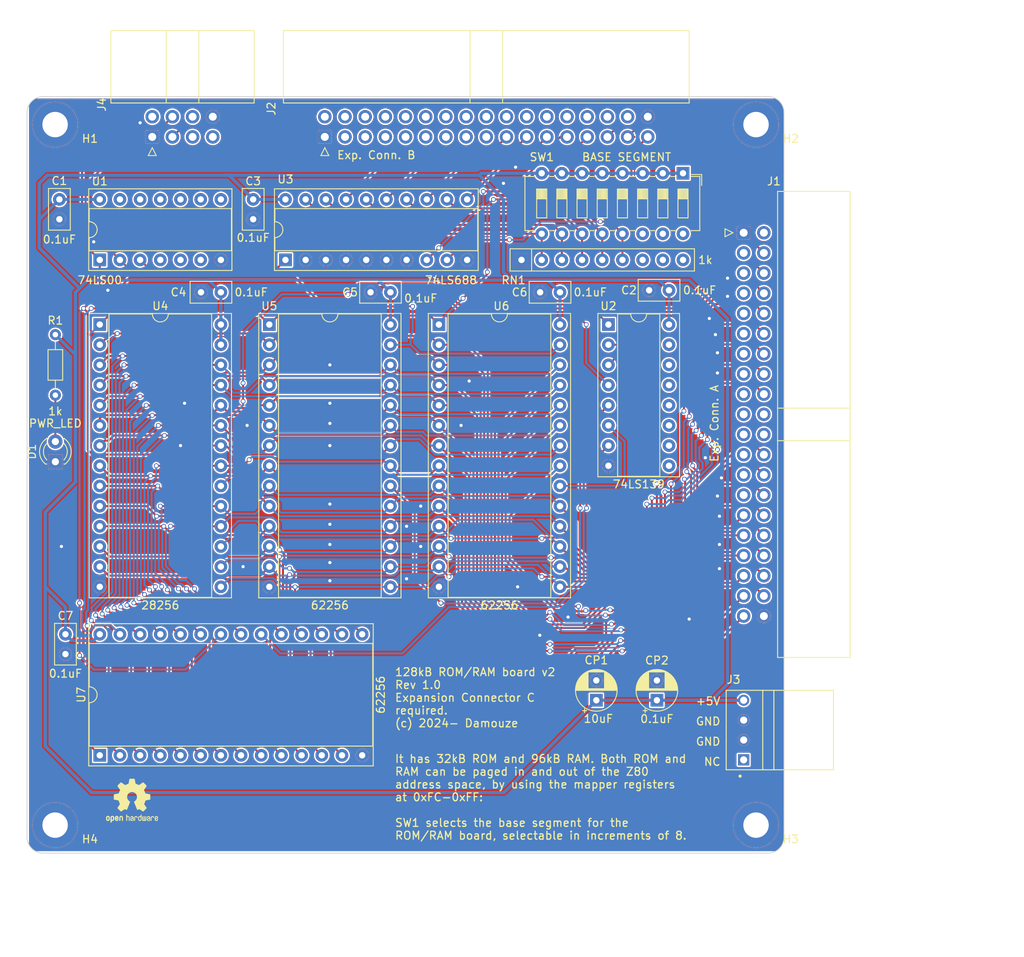
<source format=kicad_pcb>
(kicad_pcb (version 20221018) (generator pcbnew)
  (title_block (title "128kB ROM/RAM board v2") (date "2024-03-16") (rev "1.0") (comment 1 "Expansion Connector C required."))
  (layers (0 "F.Cu" mixed) (31 "B.Cu" mixed) (34 "B.Paste" user) (35 "F.Paste" user) (36 "B.SilkS" user "B.Silkscreen") (37 "F.SilkS" user "F.Silkscreen") (38 "B.Mask" user) (39 "F.Mask" user) (44 "Edge.Cuts" user))
  (net 0 "")
  (net 1 "/+5V")
  (net 2 "/GND")
  (net 3 "/~{NMI}")
  (net 4 "/~{RESET}")
  (net 5 "/BUS_CLK")
  (net 6 "/CPU_CLK")
  (net 7 "/~{B_M1}")
  (net 8 "/~{B_IORQ}")
  (net 9 "/~{B_MREQ}")
  (net 10 "/~{B_WR}")
  (net 11 "/~{B_RD}")
  (net 12 "/~{WAIT}")
  (net 13 "/~{B_RFSH}")
  (net 14 "/M_A21")
  (net 15 "/M_A20")
  (net 16 "/M_A19")
  (net 17 "/M_A18")
  (net 18 "/M_A17")
  (net 19 "/M_A16")
  (net 20 "/USER2")
  (net 21 "/USER1")
  (net 22 "/USER3")
  (net 23 "/USER0")
  (net 24 "/B_D7")
  (net 25 "/B_D6")
  (net 26 "/B_D5")
  (net 27 "/B_D4")
  (net 28 "/B_D3")
  (net 29 "/B_D2")
  (net 30 "/B_D1")
  (net 31 "/B_D0")
  (net 32 "/B_A15")
  (net 33 "/B_A14")
  (net 34 "/B_A13")
  (net 35 "/B_A12")
  (net 36 "/~{INT7}")
  (net 37 "/B_A11")
  (net 38 "/~{INT6}")
  (net 39 "/B_A10")
  (net 40 "/~{INT5}")
  (net 41 "/B_A9")
  (net 42 "/~{INT4}")
  (net 43 "/B_A8")
  (net 44 "/~{INT3}")
  (net 45 "/B_A7")
  (net 46 "/~{INT2}")
  (net 47 "/B_A6")
  (net 48 "/B_A5")
  (net 49 "/B_A4")
  (net 50 "/B_A3")
  (net 51 "/B_A2")
  (net 52 "/B_A1")
  (net 53 "/B_A0")
  (net 54 "/~{INT0}")
  (net 55 "/~{INT1}")
  (net 56 "/USER15")
  (net 57 "/~{INT}")
  (net 58 "/~{B_BUSACK}")
  (net 59 "/USER14")
  (net 60 "/USER13")
  (net 61 "/USER12")
  (net 62 "/USER11")
  (net 63 "/USER10")
  (net 64 "/USER9")
  (net 65 "/USER8")
  (net 66 "/USER7")
  (net 67 "/M_A15")
  (net 68 "/USER6")
  (net 69 "/M_A14")
  (net 70 "/USER5")
  (net 71 "/USER4")
  (net 72 "/~{BUSREQ}")
  (net 73 "Net-(D1-A)")
  (net 76 "/~{MEMR}")
  (net 77 "/~{MEMW}")
  (net 78 "/~{IOR}")
  (net 79 "/~{IOW}")
  (net 80 "/~{INTA}")
  (net 81 "/R_A21")
  (net 82 "/R_A20")
  (net 83 "/R_A19")
  (net 84 "/R_A18")
  (net 85 "/R_A17")
  (net 92 "/~{MEMXS}")
  (net 102 "/~{MEM_CS}")
  (net 103 "/~{MEM_CS1}")
  (net 104 "/~{MEM_CS2}")
  (net 105 "/~{MEM_CS3}")
  (net 106 "/~{MEM_CS4}")
  (footprint "MountingHole:MountingHole_3.2mm_M3_ISO7380_Pad" (layer "F.Cu") (at 28.925 28.925)
    (fp_text reference "H1")
    (fp_text value "MountingHole_Pad")
  )
  (footprint "Symbol:OSHW-Logo2_7.3x6mm_SilkScreen" (layer "F.Cu") (at 38.608 114.046)
    (fp_text reference "REF**" hide)
    (fp_text value "OSHW-Logo2_7.3x6mm_SilkScreen" hide)
  )
  (footprint "Package_DIP:DIP-16_W7.62mm_Socket" (layer "F.Cu") (at 98.552 54.102)
    (fp_text reference "U2")
    (fp_text value "74LS139")
  )
  (footprint "Capacitor_THT:CP_Radial_D5.0mm_P2.50mm" (layer "F.Cu") (at 97.028 101.406 90)
    (fp_text reference "CP1")
    (fp_text value "10uF")
  )
  (footprint "Capacitor_THT:C_Disc_D5.0mm_W2.5mm_P2.50mm" (layer "F.Cu") (at 71.12 50.038 180)
    (fp_text reference "C5")
    (fp_text value "0.1uF")
  )
  (footprint "Package_DIP:DIP-28_W15.24mm_Socket" (layer "F.Cu") (at 34.544 108.336 90)
    (fp_text reference "U7")
    (fp_text value "62256")
  )
  (footprint "Resistor_THT:R_Axial_DIN0204_L3.6mm_D1.6mm_P7.62mm_Horizontal" (layer "F.Cu") (at 28.956 55.372 -90)
    (fp_text reference "R1")
    (fp_text value "1k")
  )
  (footprint "Connector_IDC:IDC-Header_2x04_P2.54mm_Horizontal" (layer "F.Cu") (at 41.148 30.48 90)
    (fp_text reference "J4")
    (fp_text value "Exp. Conn. C")
  )
  (footprint "Capacitor_THT:C_Disc_D5.0mm_W2.5mm_P2.50mm" (layer "F.Cu") (at 106.172 49.784 180)
    (fp_text reference "C2")
    (fp_text value "0.1uF")
  )
  (footprint "MountingHole:MountingHole_3.2mm_M3_ISO7380_Pad" (layer "F.Cu") (at 117.125 28.925)
    (fp_text reference "H2")
    (fp_text value "MountingHole_Pad")
  )
  (footprint "LED_THT:LED_D3.0mm" (layer "F.Cu") (at 28.956 71.374 90)
    (fp_text reference "D1")
    (fp_text value "PWR_LED")
  )
  (footprint "Capacitor_THT:C_Disc_D5.0mm_W2.5mm_P2.50mm" (layer "F.Cu") (at 30.226 93.096 -90)
    (fp_text reference "C7")
    (fp_text value "0.1uF")
  )
  (footprint "Connector_IDC:IDC-Header_2x20_P2.54mm_Horizontal" (layer "F.Cu") (at 115.57 42.545)
    (fp_text reference "J1")
    (fp_text value "Exp. Conn. A")
  )
  (footprint "Capacitor_THT:C_Disc_D5.0mm_W2.5mm_P2.50mm" (layer "F.Cu") (at 92.456 50.038 180)
    (fp_text reference "C6")
    (fp_text value "0.1uF")
  )
  (footprint "Package_DIP:DIP-28_W15.24mm_Socket" (layer "F.Cu") (at 77.216 54.102)
    (fp_text reference "U6")
    (fp_text value "62256")
  )
  (footprint "footprints:TE_171826-4" (layer "F.Cu") (at 120.12 105.156 90)
    (fp_text reference "J3")
    (fp_text value "Power")
  )
  (footprint "Capacitor_THT:C_Disc_D5.0mm_W2.5mm_P2.50mm" (layer "F.Cu") (at 49.784 50.038 180)
    (fp_text reference "C4")
    (fp_text value "0.1uF")
  )
  (footprint "Resistor_THT:R_Array_SIP9" (layer "F.Cu") (at 87.615 45.964)
    (fp_text reference "RN1")
    (fp_text value "1k")
  )
  (footprint "Capacitor_THT:C_Disc_D5.0mm_W2.5mm_P2.50mm" (layer "F.Cu") (at 29.464 38.344 -90)
    (fp_text reference "C1")
    (fp_text value "0.1uF")
  )
  (footprint "Capacitor_THT:CP_Radial_D5.0mm_P2.50mm" (layer "F.Cu") (at 104.648 101.406 90)
    (fp_text reference "CP2")
    (fp_text value "0.1uF")
  )
  (footprint "Capacitor_THT:C_Disc_D5.0mm_W2.5mm_P2.50mm" (layer "F.Cu") (at 53.848 38.344 -90)
    (fp_text reference "C3")
    (fp_text value "0.1uF")
  )
  (footprint "Package_DIP:DIP-20_W7.62mm_Socket" (layer "F.Cu") (at 57.912 45.964 90)
    (fp_text reference "U3")
    (fp_text value "74LS688")
  )
  (footprint "Package_DIP:DIP-28_W15.24mm_Socket" (layer "F.Cu") (at 55.88 54.102)
    (fp_text reference "U5")
    (fp_text value "62256")
  )
  (footprint "MountingHole:MountingHole_3.2mm_M3_ISO7380_Pad" (layer "F.Cu") (at 28.925 117.125)
    (fp_text reference "H4")
    (fp_text value "MountingHole_Pad")
  )
  (footprint "Connector_IDC:IDC-Header_2x17_P2.54mm_Horizontal" (layer "F.Cu") (at 62.865 30.48 90)
    (fp_text reference "J2")
    (fp_text value "Exp. Conn. B")
  )
  (footprint "Package_DIP:DIP-28_W15.24mm_Socket" (layer "F.Cu") (at 34.544 54.102)
    (fp_text reference "U4")
    (fp_text value "28256")
  )
  (footprint "Button_Switch_THT:SW_DIP_SPSTx08_Slide_6.7x21.88mm_W7.62mm_P2.54mm_LowProfile" (layer "F.Cu") (at 107.935 35.052 -90)
    (fp_text reference "SW1")
    (fp_text value "BASE SEGMENT")
  )
  (footprint "Package_DIP:DIP-14_W7.62mm_Socket" (layer "F.Cu") (at 34.544 45.964 90)
    (fp_text reference "U1")
    (fp_text value "74LS00")
  )
  (footprint "MountingHole:MountingHole_3.2mm_M3_ISO7380_Pad" (layer "F.Cu") (at 117.125 117.125)
    (fp_text reference "H3")
    (fp_text value "MountingHole_Pad")
  )
  (gr_line (start 25.4 27.4) (end 25.4 118.65) (stroke (width 0.1)) (layer "Edge.Cuts"))
  (gr_line (start 120.65 27.4) (end 120.65 118.65) (stroke (width 0.1)) (layer "Edge.Cuts"))
  (gr_arc (start 120.65 118.65) (mid 120.064214 120.064214) (end 118.65 120.65) (stroke (width 0.1)) (layer "Edge.Cuts"))
  (gr_arc (start 27.4 120.65) (mid 25.985786 120.064214) (end 25.4 118.65) (stroke (width 0.1)) (layer "Edge.Cuts"))
  (gr_arc (start 25.4 27.4) (mid 25.985786 25.985786) (end 27.4 25.4) (stroke (width 0.1)) (layer "Edge.Cuts"))
  (gr_arc (start 118.65 25.4) (mid 120.064214 25.985786) (end 120.65 27.4) (stroke (width 0.1)) (layer "Edge.Cuts"))
  (gr_line (start 27.4 120.65) (end 118.65 120.65) (stroke (width 0.1)) (layer "Edge.Cuts"))
  (gr_line (start 27.4 25.4) (end 118.65 25.4) (stroke (width 0.1)) (layer "Edge.Cuts"))
  (gr_text "GND\n" (at 109.474 107.188) (layer "F.SilkS") (effects (font (size 1 1)) (justify left bottom)))
  (gr_text "NC" (at 110.49 109.728) (layer "F.SilkS") (effects (font (size 1 1)) (justify left bottom)))
  (gr_text "GND" (at 109.474 104.648) (layer "F.SilkS") (effects (font (size 1 1)) (justify left bottom)))
  (gr_text "+5V\n" (at 109.474 102.108) (layer "F.SilkS") (effects (font (size 1 1)) (justify left bottom)))
  (gr_text_box "It has 32kB ROM and 96kB RAM. Both ROM and RAM can be paged in and out of the Z80 address space, by using the mapper registers at 0xFC-0xFF:\n\nSW1 selects the base segment for the ROM/RAM board, selectable in increments of 8. \n" (start 70.866 107.442) (end 109.474 119.888) (layer "F.SilkS") (effects (font (size 1 1)) (justify left top)))
  (gr_text_box "${TITLE}\nRev ${REVISION}\n${COMMENT1}\n(c) 2024- Damouze" (start 70.866 96.52) (end 93.472 118.364) (layer "F.SilkS") (effects (font (size 1 1)) (justify left top)))
  (segment (start 26.924 44.45) (end 26.924 41.402) (width 0.4) (layer "B.Cu") (net 1))
  (segment (start 46.482 48.514) (end 33.02 48.514) (width 0.4) (layer "B.Cu") (net 1))
  (segment (start 49.784 50.038) (end 48.26 48.514) (width 0.4) (layer "B.Cu") (net 1))
  (segment (start 28.956 55.372) (end 31.479 57.895) (width 0.4) (layer "B.Cu") (net 1))
  (segment (start 104.648 101.406) (end 97.028 101.406) (width 0.4) (layer "B.Cu") (net 1))
  (segment (start 113.538 53.34) (end 113.538 99.374) (width 0.4) (layer "B.Cu") (net 1))
  (segment (start 90.155 35.052) (end 92.695 35.052) (width 0.4) (layer "B.Cu") (net 1))
  (segment (start 31.479 59.182) (end 31.479 50.055) (width 0.4) (layer "B.Cu") (net 1))
  (segment (start 31.479 50.055) (end 32.004 49.53) (width 0.4) (layer "B.Cu") (net 1))
  (segment (start 85.344 47.498) (end 86.36 48.514) (width 0.4) (layer "B.Cu") (net 1))
  (segment (start 95.235 35.052) (end 97.775 35.052) (width 0.4) (layer "B.Cu") (net 1))
  (segment (start 53.848 38.344) (end 57.912 38.344) (width 0.4) (layer "B.Cu") (net 1))
  (segment (start 113.538 99.374) (end 111.506 101.406) (width 0.4) (layer "B.Cu") (net 1))
  (segment (start 97.028 101.406) (end 85.404 113.03) (width 0.4) (layer "B.Cu") (net 1))
  (segment (start 50.292 35.306) (end 82.296 35.306) (width 0.4) (layer "B.Cu") (net 1))
  (segment (start 92.456 50.038) (end 90.932 48.514) (width 0.4) (layer "B.Cu") (net 1))
  (segment (start 27.686 87.122) (end 30.226 89.662) (width 0.4) (layer "B.Cu") (net 1))
  (segment (start 26.924 36.322) (end 27.94 35.306) (width 0.4) (layer "B.Cu") (net 1))
  (segment (start 31.025999 93.895999) (end 33.744001 93.895999) (width 0.4) (layer "B.Cu") (net 1))
  (segment (start 82.55 35.052) (end 90.155 35.052) (width 0.4) (layer "B.Cu") (net 1))
  (segment (start 31.479 73.931) (end 31.479 59.182) (width 0.4) (layer "B.Cu") (net 1))
  (segment (start 33.02 48.514) (end 32.004 49.53) (width 0.4) (layer "B.Cu") (net 1))
  (segment (start 85.404 113.03) (end 33.528 113.03) (width 0.4) (layer "B.Cu") (net 1))
  (segment (start 31.479 57.895) (end 31.479 59.182) (width 0.4) (layer "B.Cu") (net 1))
  (segment (start 108.712 48.514) (end 113.538 53.34) (width 0.4) (layer "B.Cu") (net 1))
  (segment (start 33.528 113.03) (end 27.686 107.188) (width 0.4) (layer "B.Cu") (net 1))
  (segment (start 30.226 93.096) (end 31.025999 93.895999) (width 0.4) (layer "B.Cu") (net 1))
  (segment (start 29.464 38.344) (end 34.544 38.344) (width 0.4) (layer "B.Cu") (net 1))
  (segment (start 27.94 35.306) (end 50.292 35.306) (width 0.4) (layer "B.Cu") (net 1))
  (segment (start 104.14 48.514) (end 108.712 48.514) (width 0.4) (layer "B.Cu") (net 1))
  (segment (start 106.172 49.784) (end 106.172 54.102) (width 0.4) (layer "B.Cu") (net 1))
  (segment (start 82.296 35.306) (end 82.55 35.052) (width 0.4) (layer "B.Cu") (net 1))
  (segment (start 115.57 101.406) (end 111.506 101.406) (width 0.4) (layer "B.Cu") (net 1))
  (segment (start 106.172 49.784) (end 104.902 48.514) (width 0.4) (layer "B.Cu") (net 1))
  (segment (start 104.902 48.514) (end 104.14 48.514) (width 0.4) (layer "B.Cu") (net 1))
  (segment (start 29.464 38.344) (end 26.924 40.884) (width 0.4) (layer "B.Cu") (net 1))
  (segment (start 90.932 48.514) (end 89.916 48.514) (width 0.4) (layer "B.Cu") (net 1))
  (segment (start 49.784 50.038) (end 49.784 54.102) (width 0.4) (layer "B.Cu") (net 1))
  (segment (start 53.848 38.344) (end 50.81 35.306) (width 0.4) (layer "B.Cu") (net 1))
  (segment (start 97.775 35.052) (end 100.315 35.052) (width 0.4) (layer "B.Cu") (net 1))
  (segment (start 32.004 49.53) (end 26.924 44.45) (width 0.4) (layer "B.Cu") (net 1))
  (segment (start 111.506 101.406) (end 104.648 101.406) (width 0.4) (layer "B.Cu") (net 1))
  (segment (start 50.81 35.306) (end 50.292 35.306) (width 0.4) (layer "B.Cu") (net 1))
  (segment (start 27.686 87.122) (end 27.686 77.724) (width 0.4) (layer "B.Cu") (net 1))
  (segment (start 69.596 48.514) (end 67.056 48.514) (width 0.4) (layer "B.Cu") (net 1))
  (segment (start 33.744001 93.895999) (end 34.544 93.096) (width 0.4) (layer "B.Cu") (net 1))
  (segment (start 49.784 54.102) (end 49.784 56.642) (width 0.4) (layer "B.Cu") (net 1))
  (segment (start 92.695 35.052) (end 95.235 35.052) (width 0.4) (layer "B.Cu") (net 1))
  (segment (start 92.456 50.038) (end 92.456 54.102) (width 0.4) (layer "B.Cu") (net 1))
  (segment (start 26.924 40.884) (end 26.924 41.402) (width 0.4) (layer "B.Cu") (net 1))
  (segment (start 27.686 77.724) (end 31.479 73.931) (width 0.4) (layer "B.Cu") (net 1))
  (segment (start 48.26 48.514) (end 46.482 48.514) (width 0.4) (layer "B.Cu") (net 1))
  (segment (start 86.36 48.514) (end 67.056 48.514) (width 0.4) (layer "B.Cu") (net 1))
  (segment (start 105.395 35.052) (end 107.935 35.052) (width 0.4) (layer "B.Cu") (net 1))
  (segment (start 71.12 50.038) (end 71.12 54.102) (width 0.4) (layer "B.Cu") (net 1))
  (segment (start 30.226 89.662) (end 30.226 93.096) (width 0.4) (layer "B.Cu") (net 1))
  (segment (start 26.924 41.402) (end 26.924 36.322) (width 0.4) (layer "B.Cu") (net 1))
  (segment (start 82.296 35.306) (end 85.344 38.354) (width 0.4) (layer "B.Cu") (net 1))
  (segment (start 100.315 35.052) (end 102.855 35.052) (width 0.4) (layer "B.Cu") (net 1))
  (segment (start 89.916 48.514) (end 104.14 48.514) (width 0.4) (layer "B.Cu") (net 1))
  (segment (start 27.686 107.188) (end 27.686 87.122) (width 0.4) (layer "B.Cu") (net 1))
  (segment (start 71.12 50.038) (end 69.596 48.514) (width 0.4) (layer "B.Cu") (net 1))
  (segment (start 86.36 48.514) (end 89.916 48.514) (width 0.4) (layer "B.Cu") (net 1))
  (segment (start 102.855 35.052) (end 105.395 35.052) (width 0.4) (layer "B.Cu") (net 1))
  (segment (start 85.344 38.354) (end 85.344 47.498) (width 0.4) (layer "B.Cu") (net 1))
  (segment (start 67.056 48.514) (end 46.482 48.514) (width 0.4) (layer "B.Cu") (net 1))
  (via (at 81.026 61.214) (size 0.6) (drill 0.4) (layers "F.Cu" "B.Cu") (net 2))
  (via (at 113.538 50.546) (size 0.6) (drill 0.4) (layers "F.Cu" "B.Cu") (net 2))
  (via (at 108.712 91.186) (size 0.6) (drill 0.4) (layers "F.Cu" "B.Cu") (net 2))
  (via (at 112.522 84.836) (size 0.6) (drill 0.4) (layers "F.Cu" "B.Cu") (net 2))
  (via (at 73.152 79.502) (size 0.6) (drill 0.4) (layers "F.Cu" "B.Cu") (net 2))
  (via (at 86.868 34.29) (size 0.6) (drill 0.4) (layers "F.Cu" "B.Cu") (net 2))
  (via (at 63.5 86.36) (size 0.6) (drill 0.4) (layers "F.Cu" "B.Cu") (net 2))
  (via (at 63.5 81.788) (size 0.6) (drill 0.4) (layers "F.Cu" "B.Cu") (net 2))
  (via (at 53.086 66.802) (size 0.6) (drill 0.4) (layers "F.Cu" "B.Cu") (net 2))
  (via (at 35.56 49.784) (size 0.6) (drill 0.4) (layers "F.Cu" "B.Cu") (net 2))
  (via (at 33.782 43.688) (size 0.6) (drill 0.4) (layers "F.Cu" "B.Cu") (net 2))
  (via (at 74.93 82.042) (size 0.6) (drill 0.4) (layers "F.Cu" "B.Cu") (net 2))
  (via (at 112.268 75.692) (size 0.6) (drill 0.4) (layers "F.Cu" "B.Cu") (net 2))
  (via (at 93.472 90.932) (size 0.6) (drill 0.4) (layers "F.Cu" "B.Cu") (net 2))
  (via (at 63.5 59.182) (size 0.6) (drill 0.4) (layers "F.Cu" "B.Cu") (net 2))
  (via (at 89.916 93.218) (size 0.6) (drill 0.4) (layers "F.Cu" "B.Cu") (net 2))
  (via (at 73.152 86.106) (size 0.6) (drill 0.4) (layers "F.Cu" "B.Cu") (net 2))
  (via (at 113.538 48.26) (size 0.6) (drill 0.4) (layers "F.Cu" "B.Cu") (net 2))
  (via (at 112.776 73.406) (size 0.6) (drill 0.4) (layers "F.Cu" "B.Cu") (net 2))
  (via (at 111.252 53.34) (size 0.6) (drill 0.4) (layers "F.Cu" "B.Cu") (net 2))
  (via (at 29.718 82.042) (size 0.6) (drill 0.4) (layers "F.Cu" "B.Cu") (net 2))
  (via (at 112.522 78.232) (size 0.6) (drill 0.4) (layers "F.Cu" "B.Cu") (net 2))
  (via (at 87.122 87.122) (size 0.6) (drill 0.4) (layers "F.Cu" "B.Cu") (net 2))
  (via (at 63.5 64.008) (size 0.6) (drill 0.4) (layers "F.Cu" "B.Cu") (net 2))
  (via (at 63.5 84.074) (size 0.6) (drill 0.4) (layers "F.Cu" "B.Cu") (net 2))
  (via (at 80.01 66.802) (size 0.6) (drill 0.4) (layers "F.Cu" "B.Cu") (net 2))
  (via (at 110.744 70.866) (size 0.6) (drill 0.4) (layers "F.Cu" "B.Cu") (net 2))
  (via (at 63.5 79.248) (size 0.6) (drill 0.4) (layers "F.Cu" "B.Cu") (net 2))
  (via (at 112.268 57.658) (size 0.6) (drill 0.4) (layers "F.Cu" "B.Cu") (net 2))
  (via (at 112.014 55.372) (size 0.6) (drill 0.4) (layers "F.Cu" "B.Cu") (net 2))
  (via (at 63.5 66.548) (size 0.6) (drill 0.4) (layers "F.Cu" "B.Cu") (net 2))
  (via (at 112.522 81.788) (size 0.6) (drill 0.4) (layers "F.Cu" "B.Cu") (net 2))
  (via (at 52.578 84.582) (size 0.6) (drill 0.4) (layers "F.Cu" "B.Cu") (net 2))
  (via (at 39.624 28.702) (size 0.6) (drill 0.4) (layers "F.Cu" "B.Cu") (net 2))
  (via (at 74.93 76.962) (size 0.6) (drill 0.4) (layers "F.Cu" "B.Cu") (net 2))
  (via (at 45.212 64.008) (size 0.6) (drill 0.4) (layers "F.Cu" "B.Cu") (net 2))
  (via (at 63.5 76.708) (size 0.6) (drill 0.4) (layers "F.Cu" "B.Cu") (net 2))
  (via (at 63.5 69.342) (size 0.6) (drill 0.4) (layers "F.Cu" "B.Cu") (net 2))
  (via (at 44.704 69.342) (size 0.6) (drill 0.4) (layers "F.Cu" "B.Cu") (net 2))
  (via (at 112.268 60.198) (size 0.6) (drill 0.4) (layers "F.Cu" "B.Cu") (net 2))
  (via (at 85.344 36.322) (size 0.6) (drill 0.4) (layers "F.Cu" "B.Cu") (net 2))
  (segment (start 84.455 31.75) (end 72.126 31.75) (width 0.25) (layer "F.Cu") (net 14))
  (segment (start 85.725 30.48) (end 84.455 31.75) (width 0.25) (layer "F.Cu") (net 14))
  (segment (start 72.126 31.75) (end 65.532 38.344) (width 0.25) (layer "F.Cu") (net 14))
  (segment (start 88.265 30.48) (end 86.545 32.2) (width 0.25) (layer "F.Cu") (net 15))
  (segment (start 86.545 32.2) (end 76.756 32.2) (width 0.25) (layer "F.Cu") (net 15))
  (segment (start 76.756 32.2) (end 70.612 38.344) (width 0.25) (layer "F.Cu") (net 15))
  (segment (start 90.805 30.48) (end 88.635 32.65) (width 0.25) (layer "F.Cu") (net 16))
  (segment (start 81.386 32.65) (end 75.692 38.344) (width 0.25) (layer "F.Cu") (net 16))
  (segment (start 88.635 32.65) (end 81.386 32.65) (width 0.25) (layer "F.Cu") (net 16))
  (segment (start 85.588 33.528) (end 80.772 38.344) (width 0.25) (layer "F.Cu") (net 17))
  (segment (start 92.499613 30.48) (end 89.451613 33.528) (width 0.25) (layer "F.Cu") (net 17))
  (segment (start 93.345 30.48) (end 92.499613 30.48) (width 0.25) (layer "F.Cu") (net 17))
  (segment (start 89.451613 33.528) (end 85.588 33.528) (width 0.25) (layer "F.Cu") (net 17))
  (segment (start 95.885 30.48) (end 92.438 33.927) (width 0.25) (layer "F.Cu") (net 18))
  (segment (start 89.689009 33.927) (end 86.278009 37.338) (width 0.25) (layer "F.Cu") (net 18))
  (segment (start 75.692 45.964) (end 77.206 44.45) (width 0.25) (layer "F.Cu") (net 18))
  (segment (start 92.438 33.927) (end 89.689009 33.927) (width 0.25) (layer "F.Cu") (net 18))
  (segment (start 77.206 44.45) (end 77.206014 44.45) (width 0.25) (layer "F.Cu") (net 18))
  (segment (start 86.278009 37.338) (end 82.804 37.338) (width 0.25) (layer "F.Cu") (net 18))
  (via (at 82.804 37.338) (size 0.6) (drill 0.4) (layers "F.Cu" "B.Cu") (net 18))
  (via (at 77.206014 44.45) (size 0.6) (drill 0.4) (layers "F.Cu" "B.Cu") (net 18))
  (segment (start 77.206014 44.45) (end 77.216 44.45) (width 0.25) (layer "B.Cu") (net 18))
  (segment (start 82.804 38.862) (end 82.804 37.338) (width 0.25) (layer "B.Cu") (net 18))
  (segment (start 77.216 44.45) (end 82.804 38.862) (width 0.25) (layer "B.Cu") (net 18))
  (segment (start 100.383299 26.67) (end 99.6 27.453299) (width 0.25) (layer "F.Cu") (net 19))
  (segment (start 111.194 48.954396) (end 111.194 33.724) (width 0.25) (layer "F.Cu") (net 19))
  (segment (start 105.214 52.52) (end 107.628396 52.52) (width 0.25) (layer "F.Cu") (net 19))
  (segment (start 98.552 59.182) (end 105.214 52.52) (width 0.25) (layer "F.Cu") (net 19))
  (segment (start 111.194 33.724) (end 104.14 26.67) (width 0.25) (layer "F.Cu") (net 19))
  (segment (start 99.6 29.305) (end 98.425 30.48) (width 0.25) (layer "F.Cu") (net 19))
  (segment (start 107.628396 52.52) (end 111.194 48.954396) (width 0.25) (layer "F.Cu") (net 19))
  (segment (start 104.14 26.67) (end 100.383299 26.67) (width 0.25) (layer "F.Cu") (net 19))
  (segment (start 99.6 27.453299) (end 99.6 29.305) (width 0.25) (layer "F.Cu") (net 19))
  (segment (start 42.5935 79.502) (end 34.544 79.502) (width 0.25) (layer "F.Cu") (net 24))
  (segment (start 78.74 81.026) (end 78.631 80.917) (width 0.25) (layer "F.Cu") (net 24))
  (segment (start 93.581 81.576009) (end 93.581 82.530604) (width 0.25) (layer "F.Cu") (net 24))
  (segment (start 115.083299 43.91) (end 114.395 44.598299) (width 0.25) (layer "F.Cu") (net 24))
  (segment (start 59.944 108.336) (end 58.529 106.921) (width 0.25) (layer "F.Cu") (net 24))
  (segment (start 52.395396 90.621) (end 52.395396 90.599) (width 0.25) (layer "F.Cu") (net 24))
  (segment (start 114.395 44.598299) (end 114.395 45.625) (width 0.25) (layer "F.Cu") (net 24))
  (segment (start 99.142292 84.64) (end 104.648 79.134292) (width 0.25) (layer "F.Cu") (net 24))
  (segment (start 118.11 45.085) (end 116.935 43.91) (width 0.25) (layer "F.Cu") (net 24))
  (segment (start 90.279 80.917) (end 92.921991 80.917) (width 0.25) (layer "F.Cu") (net 24))
  (segment (start 42.5935 79.502) (end 43.197161 80.105661) (width 0.25) (layer "F.Cu") (net 24))
  (segment (start 114.395 45.625) (end 111.644 48.376) (width 0.25) (layer "F.Cu") (net 24))
  (segment (start 78.631 80.917) (end 77.216 79.502) (width 0.25) (layer "F.Cu") (net 24))
  (segment (start 58.529 92.630009) (end 57.721793 91.822802) (width 0.25) (layer "F.Cu") (net 24))
  (segment (start 90.17 81.026) (end 90.279 80.917) (width 0.25) (layer "F.Cu") (net 24))
  (segment (start 56.767198 91.822802) (end 55.565396 90.621) (width 0.25) (layer "F.Cu") (net 24))
  (segment (start 104.648 79.134292) (end 104.648 74.168) (width 0.25) (layer "F.Cu") (net 24))
  (segment (start 43.867884 79.952) (end 48.643009 79.952) (width 0.25) (layer "F.Cu") (net 24))
  (segment (start 52.395396 90.599) (end 50.986396 89.19) (width 0.25) (layer "F.Cu") (net 24))
  (segment (start 54.755 80.627) (end 55.88 79.502) (width 0.25) (layer "F.Cu") (net 24))
  (segment (start 108.048167 53.241833) (end 108.048167 64.991888) (width 0.25) (layer "F.Cu") (net 24))
  (segment (start 116.935 43.91) (end 115.083299 43.91) (width 0.25) (layer "F.Cu") (net 24))
  (segment (start 58.529 106.921) (end 58.529 92.630009) (width 0.25) (layer "F.Cu") (net 24))
  (segment (start 46.438 88.348) (end 45.466 87.376) (width 0.25) (layer "F.Cu") (net 24))
  (segment (start 48.228096 88.348) (end 46.438 88.348) (width 0.25) (layer "F.Cu") (net 24))
  (segment (start 111.644 48.376) (end 111.644 49.646) (width 0.25) (layer "F.Cu") (net 24))
  (segment (start 104.648 74.168) (end 104.765 74.051) (width 0.25) (layer "F.Cu") (net 24))
  (segment (start 48.643009 79.952) (end 49.318009 80.627) (width 0.25) (layer "F.Cu") (net 24))
  (segment (start 95.690396 84.64) (end 99.142292 84.64) (width 0.25) (layer "F.Cu") (net 24))
  (segment (start 55.565396 90.621) (end 52.395396 90.621) (width 0.25) (layer "F.Cu") (net 24))
  (segment (start 49.318009 80.627) (end 54.755 80.627) (width 0.25) (layer "F.Cu") (net 24))
  (segment (start 43.197161 80.105661) (end 43.714223 80.105661) (width 0.25) (layer "F.Cu") (net 24))
  (segment (start 93.581 82.530604) (end 95.690396 84.64) (width 0.25) (layer "F.Cu") (net 24))
  (segment (start 43.714223 80.105661) (end 43.867884 79.952) (width 0.25) (layer "F.Cu") (net 24))
  (segment (start 49.070096 89.19) (end 48.228096 88.348) (width 0.25) (layer "F.Cu") (net 24))
  (segment (start 57.721793 91.822802) (end 56.767198 91.822802) (width 0.25) (layer "F.Cu") (net 24))
  (segment (start 92.921991 80.917) (end 93.581 81.576009) (width 0.25) (layer "F.Cu") (net 24))
  (segment (start 50.986396 89.19) (end 49.070096 89.19) (width 0.25) (layer "F.Cu") (net 24))
  (segment (start 111.644 49.646) (end 108.048167 53.241833) (width 0.25) (layer "F.Cu") (net 24))
  (via (at 42.5935 79.502) (size 0.6) (drill 0.4) (layers "F.Cu" "B.Cu") (net 24))
  (via (at 78.74 81.026) (size 0.6) (drill 0.4) (layers "F.Cu" "B.Cu") (net 24))
  (via (at 104.648 74.168) (size 0.6) (drill 0.4) (layers "F.Cu" "B.Cu") (net 24))
  (via (at 45.466 87.376) (size 0.6) (drill 0.4) (layers "F.Cu" "B.Cu") (net 24))
  (via (at 90.17 81.026) (size 0.6) (drill 0.4) (layers "F.Cu" "B.Cu") (net 24))
  (via (at 108.048167 64.991888) (size 0.6) (drill 0.4) (layers "F.Cu" "B.Cu") (net 24))
  (segment (start 90.17 81.026) (end 78.74 81.026) (width 0.25) (layer "B.Cu") (net 24))
  (segment (start 76.004 80.714) (end 77.216 79.502) (width 0.25) (layer "B.Cu") (net 24))
  (segment (start 104.648 74.168) (end 105.476991 74.168) (width 0.25) (layer "B.Cu") (net 24))
  (segment (start 44.461396 86.751) (end 44.841 86.751) (width 0.25) (layer "B.Cu") (net 24))
  (segment (start 44.841 86.751) (end 45.466 87.376) (width 0.25) (layer "B.Cu") (net 24))
  (segment (start 57.092 80.714) (end 76.004 80.714) (width 0.25) (layer "B.Cu") (net 24))
  (segment (start 42.5935 79.502) (end 42.419 79.6765) (width 0.25) (layer "B.Cu") (net 24))
  (segment (start 107.586733 71.854492) (end 107.586733 65.453322) (width 0.25) (layer "B.Cu") (net 24))
  (segment (start 42.419 79.6765) (end 42.419 84.708604) (width 0.25) (layer "B.Cu") (net 24))
  (segment (start 107.280782 72.364209) (end 107.280782 72.160443) (width 0.25) (layer "B.Cu") (net 24))
  (segment (start 55.88 79.502) (end 57.092 80.714) (width 0.25) (layer "B.Cu") (net 24))
  (segment (start 107.280782 72.160443) (end 107.586733 71.854492) (width 0.25) (layer "B.Cu") (net 24))
  (segment (start 42.419 84.708604) (end 44.461396 86.751) (width 0.25) (layer "B.Cu") (net 24))
  (segment (start 107.586733 65.453322) (end 108.048167 64.991888) (width 0.25) (layer "B.Cu") (net 24))
  (segment (start 105.476991 74.168) (end 107.280782 72.364209) (width 0.25) (layer "B.Cu") (net 24))
  (segment (start 78.486 83.312) (end 77.216 82.042) (width 0.25) (layer "F.Cu") (net 25))
  (segment (start 57.15 89.665604) (end 57.15 83.312) (width 0.25) (layer "F.Cu") (net 25))
  (segment (start 108.908 53.144) (end 108.908 64.554792) (width 0.25) (layer "F.Cu") (net 25))
  (segment (start 114.206396 46.45) (end 112.094 48.562396) (width 0.25) (layer "F.Cu") (net 25))
  (segment (start 112.094 49.958) (end 108.908 53.144) (width 0.25) (layer "F.Cu") (net 25))
  (segment (start 62.484 108.336) (end 61.069 106.921) (width 0.25) (layer "F.Cu") (net 25))
  (segment (start 112.094 48.562396) (end 112.094 49.958) (width 0.25) (layer "F.Cu") (net 25))
  (segment (start 108.908 64.554792) (end 108.723167 64.739625) (width 0.25) (layer "F.Cu") (net 25))
  (segment (start 60.072802 91.568802) (end 59.053198 91.568802) (width 0.25) (layer "F.Cu") (net 25))
  (segment (start 55.88 82.042) (end 54.61 83.312) (width 0.25) (layer "F.Cu") (net 25))
  (segment (start 61.069 92.565) (end 60.072802 91.568802) (width 0.25) (layer "F.Cu") (net 25))
  (segment (start 95.004991 85.54) (end 99.515084 85.54) (width 0.25) (layer "F.Cu") (net 25))
  (segment (start 108.723167 64.739625) (end 108.723167 65.648167) (width 0.25) (layer "F.Cu") (net 25))
  (segment (start 116.935 46.45) (end 114.206396 46.45) (width 0.25) (layer "F.Cu") (net 25))
  (segment (start 99.515084 85.54) (end 106.426 78.629084) (width 0.25) (layer "F.Cu") (net 25))
  (segment (start 91.331 83.457) (end 92.921991 83.457) (width 0.25) (layer "F.Cu") (net 25))
  (segment (start 92.921991 83.457) (end 95.004991 85.54) (width 0.25) (layer "F.Cu") (net 25))
  (segment (start 35.814 83.312) (end 34.544 82.042) (width 0.25) (layer "F.Cu") (net 25))
  (segment (start 118.11 47.625) (end 116.935 46.45) (width 0.25) (layer "F.Cu") (net 25))
  (segment (start 59.053198 91.568802) (end 57.15 89.665604) (width 0.25) (layer "F.Cu") (net 25))
  (segment (start 54.61 83.312) (end 35.814 83.312) (width 0.25) (layer "F.Cu") (net 25))
  (segment (start 106.426 78.629084) (end 106.426 74.168) (width 0.25) (layer "F.Cu") (net 25))
  (segment (start 61.069 106.921) (end 61.069 92.565) (width 0.25) (layer "F.Cu") (net 25))
  (via (at 91.331 83.457) (size 0.6) (drill 0.4) (layers "F.Cu" "B.Cu") (net 25))
  (via (at 57.15 83.312) (size 0.6) (drill 0.4) (layers "F.Cu" "B.Cu") (net 25))
  (via (at 106.426 74.168) (size 0.6) (drill 0.4) (layers "F.Cu" "B.Cu") (net 25))
  (via (at 78.486 83.312) (size 0.6) (drill 0.4) (layers "F.Cu" "B.Cu") (net 25))
  (via (at 108.723167 65.648167) (size 0.6) (drill 0.4) (layers "F.Cu" "B.Cu") (net 25))
  (segment (start 108.036733 66.334601) (end 108.723167 65.648167) (width 0.25) (layer "B.Cu") (net 25))
  (segment (start 57.005 83.167) (end 57.15 83.312) (width 0.25) (layer "B.Cu") (net 25))
  (segment (start 57.15 83.312) (end 57.251458 83.210542) (width 0.25) (layer "B.Cu") (net 25))
  (segment (start 107.730782 72.346839) (end 108.036733 72.040888) (width 0.25) (layer "B.Cu") (net 25))
  (segment (start 76.047458 83.210542) (end 77.216 82.042) (width 0.25) (layer "B.Cu") (net 25))
  (segment (start 106.426 74.168) (end 107.730782 72.863218) (width 0.25) (layer "B.Cu") (net 25))
  (segment (start 107.730782 72.863218) (end 107.730782 72.346839) (width 0.25) (layer "B.Cu") (net 25))
  (segment (start 108.036733 72.040888) (end 108.036733 66.334601) (width 0.25) (layer "B.Cu") (net 25))
  (segment (start 78.631 83.457) (end 91.331 83.457) (width 0.25) (layer "B.Cu") (net 25))
  (segment (start 78.486 83.312) (end 78.631 83.457) (width 0.25) (layer "B.Cu") (net 25))
  (segment (start 57.251458 83.210542) (end 76.047458 83.210542) (width 0.25) (layer "B.Cu") (net 25))
  (segment (start 55.88 82.042) (end 57.005 83.167) (width 0.25) (layer "B.Cu") (net 25))
  (segment (start 58.05 85.968) (end 58.42 85.598) (width 0.25) (layer "F.Cu") (net 26))
  (segment (start 94.256 86.44) (end 99.887876 86.44) (width 0.25) (layer "F.Cu") (net 26))
  (segment (start 109.148927 66.389865) (end 109.148927 66.648164) (width 0.25) (layer "F.Cu") (net 26))
  (segment (start 61.995396 91.971) (end 60.693198 90.668802) (width 0.25) (layer "F.Cu") (net 26))
  (segment (start 116.935 48.99) (end 113.698396 48.99) (width 0.25) (layer "F.Cu") (net 26))
  (segment (start 65.024 108.336) (end 63.609 106.921) (width 0.25) (layer "F.Cu") (net 26))
  (segment (start 63.609 106.921) (end 63.609 92.630009) (width 0.25) (layer "F.Cu") (net 26))
  (segment (start 113.698396 48.99) (end 109.358 53.330396) (width 0.25) (layer "F.Cu") (net 26))
  (segment (start 63.609 92.630009) (end 62.949991 91.971) (width 0.25) (layer "F.Cu") (net 26))
  (segment (start 118.11 50.165) (end 116.935 48.99) (width 0.25) (layer "F.Cu") (net 26))
  (segment (start 99.887876 86.44) (end 108.946047 77.381829) (width 0.25) (layer "F.Cu") (net 26))
  (segment (start 109.358 53.330396) (end 109.358 64.124) (width 0.25) (layer "F.Cu") (net 26))
  (segment (start 58.05 89.292812) (end 58.05 85.968) (width 0.25) (layer "F.Cu") (net 26))
  (segment (start 60.693198 90.668802) (end 59.42599 90.668802) (width 0.25) (layer "F.Cu") (net 26))
  (segment (start 93.668 85.852) (end 94.256 86.44) (width 0.25) (layer "F.Cu") (net 26))
  (segment (start 90.17 85.852) (end 93.668 85.852) (width 0.25) (layer "F.Cu") (net 26))
  (segment (start 35.669 85.707) (end 34.544 84.582) (width 0.25) (layer "F.Cu") (net 26))
  (segment (start 109.358 66.180792) (end 109.148927 66.389865) (width 0.25) (layer "F.Cu") (net 26))
  (segment (start 108.946047 73.166699) (end 108.405782 72.626434) (width 0.25) (layer "F.Cu") (net 26))
  (segment (start 77.216 84.582) (end 78.486 85.852) (width 0.25) (layer "F.Cu") (net 26))
  (segment (start 108.946047 77.381829) (end 108.946047 73.166699) (width 0.25) (layer "F.Cu") (net 26))
  (segment (start 109.358 64.008) (end 109.358 66.180792) (width 0.25) (layer "F.Cu") (net 26))
  (segment (start 54.755 85.707) (end 35.669 85.707) (width 0.25) (layer "F.Cu") (net 26))
  (segment (start 55.88 84.582) (end 54.755 85.707) (width 0.25) (layer "F.Cu") (net 26))
  (segment (start 62.949991 91.971) (end 61.995396 91.971) (width 0.25) (layer "F.Cu") (net 26))
  (segment (start 59.42599 90.668802) (end 58.05 89.292812) (width 0.25) (layer "F.Cu") (net 26))
  (via (at 90.17 85.852) (size 0.6) (drill 0.4) (layers "F.Cu" "B.Cu") (net 26))
  (via (at 58.42 85.598) (size 0.6) (drill 0.4) (layers "F.Cu" "B.Cu") (net 26))
  (via (at 78.486 85.852) (size 0.6) (drill 0.4) (layers "F.Cu" "B.Cu") (net 26))
  (via (at 108.405782 72.626434) (size 0.6) (drill 0.4) (layers "F.Cu" "B.Cu") (net 26))
  (via (at 109.148927 66.648164) (size 0.6) (drill 0.4) (layers "F.Cu" "B.Cu") (net 26))
  (segment (start 57.005 85.707) (end 58.311 85.707) (width 0.25) (layer "B.Cu") (net 26))
  (segment (start 71.585991 85.707) (end 72.260991 85.032) (width 0.25) (layer "B.Cu") (net 26))
  (segment (start 55.88 84.582) (end 57.005 85.707) (width 0.25) (layer "B.Cu") (net 26))
  (segment (start 108.486733 72.545483) (end 108.405782 72.626434) (width 0.25) (layer "B.Cu") (net 26))
  (segment (start 72.260991 85.032) (end 76.766 85.032) (width 0.25) (layer "B.Cu") (net 26))
  (segment (start 58.42 85.598) (end 58.529 85.707) (width 0.25) (layer "B.Cu") (net 26))
  (segment (start 90.17 85.852) (end 89.125 84.807) (width 0.25) (layer "B.Cu") (net 26))
  (segment (start 58.529 85.707) (end 71.585991 85.707) (width 0.25) (layer "B.Cu") (net 26))
  (segment (start 79.531 84.807) (end 78.486 85.852) (width 0.25) (layer "B.Cu") (net 26))
  (segment (start 108.596 67.201091) (end 108.596 71.481619) (width 0.25) (layer "B.Cu") (net 26))
  (segment (start 108.486733 71.590886) (end 108.486733 72.545483) (width 0.25) (layer "B.Cu") (net 26))
  (segment (start 58.311 85.707) (end 58.42 85.598) (width 0.25) (layer "B.Cu") (net 26))
  (segment (start 108.596 71.481619) (end 108.486733 71.590886) (width 0.25) (layer "B.Cu") (net 26))
  (segment (start 89.125 84.807) (end 79.531 84.807) (width 0.25) (layer "B.Cu") (net 26))
  (segment (start 109.148927 66.648164) (end 108.596 67.201091) (width 0.25) (layer "B.Cu") (net 26))
  (segment (start 76.766 85.032) (end 77.216 84.582) (width 0.25) (layer "B.Cu") (net 26))
  (segment (start 109.808 67.21322) (end 109.589932 67.431288) (width 0.25) (layer "F.Cu") (net 27))
  (segment (start 109.808 53.516792) (end 109.808 67.21322) (width 0.25) (layer "F.Cu") (net 27))
  (segment (start 109.728 72.612366) (end 109.161733 72.046099) (width 0.25) (layer "F.Cu") (net 27))
  (segment (start 99.842272 87.122) (end 109.728 77.236272) (width 0.25) (layer "F.Cu") (net 27))
  (segment (start 109.161733 72.046099) (end 109.161733 71.870481) (width 0.25) (layer "F.Cu") (net 27))
  (segment (start 59.1245 89.09452) (end 59.798782 89.768802) (width 0.25) (layer "F.Cu") (net 27))
  (segment (start 66.439 91.971) (end 67.564 93.096) (width 0.25) (layer "F.Cu") (net 27))
  (segment (start 62.368188 91.071) (end 63.322783 91.071) (width 0.25) (layer "F.Cu") (net 27))
  (segment (start 111.794792 51.53) (end 109.808 53.516792) (width 0.25) (layer "F.Cu") (net 27))
  (segment (start 116.935 51.53) (end 111.794792 51.53) (width 0.25) (layer "F.Cu") (net 27))
  (segment (start 59.798782 89.768802) (end 61.214 89.768802) (width 0.25) (layer "F.Cu") (net 27))
  (segment (start 63.322783 91.071) (end 64.222783 91.971) (width 0.25) (layer "F.Cu") (net 27))
  (segment (start 118.11 52.705) (end 116.935 51.53) (width 0.25) (layer "F.Cu") (net 27))
  (segment (start 109.728 77.236272) (end 109.728 72.612366) (width 0.25) (layer "F.Cu") (net 27))
  (segment (start 59.1245 87.135424) (end 59.1245 89.09452) (width 0.25) (layer "F.Cu") (net 27))
  (segment (start 61.975594 90.678406) (end 62.368188 91.071) (width 0.25) (layer "F.Cu") (net 27))
  (segment (start 92.456 87.122) (end 99.842272 87.122) (width 0.25) (layer "F.Cu") (net 27))
  (segment (start 61.214 89.768802) (end 61.975594 90.530396) (width 0.25) (layer "F.Cu") (net 27))
  (segment (start 61.975594 90.530396) (end 61.975594 90.678406) (width 0.25) (layer "F.Cu") (net 27))
  (segment (start 64.222783 91.971) (end 66.439 91.971) (width 0.25) (layer "F.Cu") (net 27))
  (via (at 59.1245 87.135424) (size 0.6) (drill 0.4) (layers "F.Cu" "B.Cu") (net 27))
  (via (at 109.161733 71.870481) (size 0.6) (drill 0.4) (layers "F.Cu" "B.Cu") (net 27))
  (via (at 109.589932 67.431288) (size 0.6) (drill 0.4) (layers "F.Cu" "B.Cu") (net 27))
  (segment (start 59.1245 87.135424) (end 57.484415 87.135424) (width 0.25) (layer "B.Cu") (net 27))
  (segment (start 79.031991 84.357) (end 89.691 84.357) (width 0.25) (layer "B.Cu") (net 27))
  (segment (start 75.625009 87.122) (end 77.040009 85.707) (width 0.25) (layer "B.Cu") (net 27))
  (segment (start 89.691 84.357) (end 92.456 87.122) (width 0.25) (layer "B.Cu") (net 27))
  (segment (start 71.12 87.122) (end 59.137924 87.122) (width 0.25) (layer "B.Cu") (net 27))
  (segment (start 109.589932 67.431288) (end 109.046 67.97522) (width 0.25) (layer "B.Cu") (net 27))
  (segment (start 109.046 71.754748) (end 109.161733 71.870481) (width 0.25) (layer "B.Cu") (net 27))
  (segment (start 77.681991 85.707) (end 79.031991 84.357) (width 0.25) (layer "B.Cu") (net 27))
  (segment (start 77.040009 85.707) (end 77.681991 85.707) (width 0.25) (layer "B.Cu") (net 27))
  (segment (start 71.12 87.122) (end 75.625009 87.122) (width 0.25) (layer "B.Cu") (net 27))
  (segment (start 109.046 67.97522) (end 109.046 71.754748) (width 0.25) (layer "B.Cu") (net 27))
  (segment (start 59.137924 87.122) (end 59.1245 87.135424) (width 0.25) (layer "B.Cu") (net 27))
  (segment (start 50.909 85.997) (end 49.784 87.122) (width 0.25) (layer "B.Cu") (net 27))
  (segment (start 57.484415 87.135424) (end 56.345991 85.997) (width 0.25) (layer "B.Cu") (net 27))
  (segment (start 56.345991 85.997) (end 50.909 85.997) (width 0.25) (layer "B.Cu") (net 27))
  (segment (start 58.5 86.401884) (end 58.5 89.106416) (width 0.25) (layer "F.Cu") (net 28))
  (segment (start 59.045 85.339116) (end 59.045 85.856884) (width 0.25) (layer "F.Cu") (net 28))
  (segment (start 59.045 85.856884) (end 58.5 86.401884) (width 0.25) (layer "F.Cu") (net 28))
  (segment (start 110.258 67.588792) (end 110.488604 67.819396) (width 0.25) (layer "F.Cu") (net 28))
  (segment (start 59.612386 90.218802) (end 60.879594 90.218802) (width 0.25) (layer "F.Cu") (net 28))
  (segment (start 58.5 89.106416) (end 59.612386 90.218802) (width 0.25) (layer "F.Cu") (net 28))
  (segment (start 94.442396 85.99) (end 99.70148 85.99) (width 0.25) (layer "F.Cu") (net 28))
  (segment (start 110.258 55.35) (end 110.258 67.588792) (width 0.25) (layer "F.Cu") (net 28))
  (segment (start 63.136387 91.521) (end 64.711387 93.096) (width 0.25) (layer "F.Cu") (net 28))
  (segment (start 111.538 54.07) (end 110.258 55.35) (width 0.25) (layer "F.Cu") (net 28))
  (segment (start 118.11 55.245) (end 116.935 54.07) (width 0.25) (layer "F.Cu") (net 28))
  (segment (start 110.49 68.072) (end 110.236 68.072) (width 0.25) (layer "F.Cu") (net 28))
  (segment (start 58.42 84.798497) (end 58.504381 84.798497) (width 0.25) (layer "F.Cu") (net 28))
  (segment (start 108.204 73.66) (end 108.106306 73.562306) (width 0.25) (layer "F.Cu") (net 28))
  (segment (start 116.935 54.07) (end 111.538 54.07) (width 0.25) (layer "F.Cu") (net 28))
  (segment (start 108.204 77.48748) (end 108.204 73.66) (width 0.25) (layer "F.Cu") (net 28))
  (segment (start 93.034396 84.582) (end 94.442396 85.99) (width 0.25) (layer "F.Cu") (net 28))
  (segment (start 58.504381 84.798497) (end 59.045 85.339116) (width 0.25) (layer "F.Cu") (net 28))
  (segment (start 62.181792 91.521) (end 63.136387 91.521) (width 0.25) (layer "F.Cu") (net 28))
  (segment (start 110.488604 67.819396) (end 110.236 68.072) (width 0.25) (layer "F.Cu") (net 28))
  (segment (start 99.70148 85.99) (end 108.204 77.48748) (width 0.25) (layer "F.Cu") (net 28))
  (segment (start 64.711387 93.096) (end 65.024 93.096) (width 0.25) (layer "F.Cu") (net 28))
  (segment (start 60.879594 90.218802) (end 62.181792 91.521) (width 0.25) (layer "F.Cu") (net 28))
  (segment (start 92.456 84.582) (end 93.034396 84.582) (width 0.25) (layer "F.Cu") (net 28))
  (via (at 108.106306 73.562306) (size 0.6) (drill 0.4) (layers "F.Cu" "B.Cu") (net 28))
  (via (at 58.42 84.798497) (size 0.6) (drill 0.4) (layers "F.Cu" "B.Cu") (net 28))
  (via (at 110.236 68.072) (size 0.6) (drill 0.4) (layers "F.Cu" "B.Cu") (net 28))
  (segment (start 57.687488 84.798497) (end 56.345991 83.457) (width 0.25) (layer "B.Cu") (net 28))
  (segment (start 50.909 83.457) (end 49.784 84.582) (width 0.25) (layer "B.Cu") (net 28))
  (segment (start 109.532 68.776) (end 109.532 71.28615) (width 0.25) (layer "B.Cu") (net 28))
  (segment (start 110.236 68.072) (end 109.532 68.776) (width 0.25) (layer "B.Cu") (net 28))
  (segment (start 58.504381 84.798497) (end 58.962884 85.257) (width 0.25) (layer "B.Cu") (net 28))
  (segment (start 109.946 72.040812) (end 108.424506 73.562306) (width 0.25) (layer "B.Cu") (net 28))
  (segment (start 109.532 71.28615) (end 109.946 71.70015) (width 0.25) (layer "B.Cu") (net 28))
  (segment (start 75.625009 84.582) (end 76.750009 83.457) (width 0.25) (layer "B.Cu") (net 28))
  (segment (start 56.345991 83.457) (end 50.909 83.457) (width 0.25) (layer "B.Cu") (net 28))
  (segment (start 70.445 85.257) (end 71.12 84.582) (width 0.25) (layer "B.Cu") (net 28))
  (segment (start 78.774884 83.907) (end 90.897116 83.907) (width 0.25) (layer "B.Cu") (net 28))
  (segment (start 58.42 84.798497) (end 57.687488 84.798497) (width 0.25) (layer "B.Cu") (net 28))
  (segment (start 78.227116 83.937) (end 78.744884 83.937) (width 0.25) (layer "B.Cu") (net 28))
  (segment (start 78.744884 83.937) (end 78.774884 83.907) (width 0.25) (layer "B.Cu") (net 28))
  (segment (start 58.42 84.798497) (end 58.504381 84.798497) (width 0.25) (layer "B.Cu") (net 28))
  (segment (start 58.962884 85.257) (end 70.445 85.257) (width 0.25) (layer "B.Cu") (net 28))
  (segment (start 108.424506 73.562306) (end 108.106306 73.562306) (width 0.25) (layer "B.Cu") (net 28))
  (segment (start 109.946 71.70015) (end 109.946 72.040812) (width 0.25) (layer "B.Cu") (net 28))
  (segment (start 71.12 84.582) (end 75.625009 84.582) (width 0.25) (layer "B.Cu") (net 28))
  (segment (start 76.750009 83.457) (end 77.747116 83.457) (width 0.25) (layer "B.Cu") (net 28))
  (segment (start 91.572116 84.582) (end 92.456 84.582) (width 0.25) (layer "B.Cu") (net 28))
  (segment (start 77.747116 83.457) (end 78.227116 83.937) (width 0.25) (layer "B.Cu") (net 28))
  (segment (start 90.897116 83.907) (end 91.572116 84.582) (width 0.25) (layer "B.Cu") (net 28))
  (segment (start 99.328688 85.09) (end 95.504 85.09) (width 0.25) (layer "F.Cu") (net 29))
  (segment (start 59.239594 91.118802) (end 60.259198 91.118802) (width 0.25) (layer "F.Cu") (net 29))
  (segment (start 60.259198 91.118802) (end 61.436397 92.296001) (width 0.25) (layer "F.Cu") (net 29))
  (segment (start 57.6 83.745884) (end 57.6 89.479208) (width 0.25) (layer "F.Cu") (net 29))
  (segment (start 57.191837 82.47066) (end 57.191837 82.687) (width 0.25) (layer "F.Cu") (net 29))
  (segment (start 57.408884 82.687) (end 57.775 83.053116) (width 0.25) (layer "F.Cu") (net 29))
  (segment (start 57.775 83.570884) (end 57.6 83.745884) (width 0.25) (layer "F.Cu") (net 29))
  (segment (start 95.504 85.09) (end 92.456 82.042) (width 0.25) (layer "F.Cu") (net 29))
  (segment (start 61.684001 92.296001) (end 62.484 93.096) (width 0.25) (layer "F.Cu") (net 29))
  (segment (start 57.191837 82.687) (end 57.408884 82.687) (width 0.25) (layer "F.Cu") (net 29))
  (segment (start 61.436397 92.296001) (end 61.684001 92.296001) (width 0.25) (layer "F.Cu") (net 29))
  (segment (start 105.664 75.184) (end 105.664 78.754688) (width 0.25) (layer "F.Cu") (net 29))
  (segment (start 111.502 56.61) (end 110.708 57.404) (width 0.25) (layer "F.Cu") (net 29))
  (segment (start 118.11 57.785) (end 116.935 56.61) (width 0.25) (layer "F.Cu") (net 29))
  (segment (start 116.935 56.61) (end 111.502 56.61) (width 0.25) (layer "F.Cu") (net 29))
  (segment (start 110.998 67.692396) (end 110.998 68.58) (width 0.25) (layer "F.Cu") (net 29))
  (segment (start 57.6 89.479208) (end 59.239594 91.118802) (width 0.25) (layer "F.Cu") (net 29))
  (segment (start 57.775 83.053116) (end 57.775 83.570884) (width 0.25) (layer "F.Cu") (net 29))
  (segment (start 105.664 78.754688) (end 99.328688 85.09) (width 0.25) (layer "F.Cu") (net 29))
  (segment (start 110.708 57.404) (end 110.708 67.402396) (width 0.25) (layer "F.Cu") (net 29))
  (segment (start 110.708 67.402396) (end 110.998 67.692396) (width 0.25) (layer "F.Cu") (net 29))
  (via (at 105.664 75.184) (size 0.6) (drill 0.4) (layers "F.Cu" "B.Cu") (net 29))
  (via (at 110.998 68.58) (size 0.6) (drill 0.4) (layers "F.Cu" "B.Cu") (net 29))
  (via (at 57.191837 82.47066) (size 0.6) (drill 0.4) (layers "F.Cu" "B.Cu") (net 29))
  (segment (start 105.664 75.184) (end 107.439208 75.184) (width 0.25) (layer "B.Cu") (net 29))
  (segment (start 77.040009 80.627) (end 77.681991 80.627) (width 0.25) (layer "B.Cu") (net 29))
  (segment (start 89.096 78.682) (end 92.456 82.042) (width 0.25) (layer "B.Cu") (net 29))
  (segment (start 57.191837 82.47066) (end 57.481719 82.760542) (width 0.25) (layer "B.Cu") (net 29))
  (segment (start 71.998 81.164) (end 76.503009 81.164) (width 0.25) (layer "B.Cu") (net 29))
  (segment (start 56.055991 80.627) (end 55.414009 80.627) (width 0.25) (layer "B.Cu") (net 29))
  (segment (start 51.054 79.756) (end 51.054 80.772) (width 0.25) (layer "B.Cu") (net 29))
  (segment (start 54.755 79.967991) (end 54.755 79.326009) (width 0.25) (layer "B.Cu") (net 29))
  (segment (start 51.054 80.772) (end 49.784 82.042) (width 0.25) (layer "B.Cu") (net 29))
  (segment (start 76.503009 81.164) (end 77.040009 80.627) (width 0.25) (layer "B.Cu") (net 29))
  (segment (start 109.982 71.081159) (end 109.982 69.596) (width 0.25) (layer "B.Cu") (net 29))
  (segment (start 57.191837 82.47066) (end 57.191837 81.762846) (width 0.25) (layer "B.Cu") (net 29))
  (segment (start 54.755 79.326009) (end 54.255991 78.827) (width 0.25) (layer "B.Cu") (net 29))
  (segment (start 77.681991 80.627) (end 79.626991 78.682) (width 0.25) (layer "B.Cu") (net 29))
  (segment (start 51.983 78.827) (end 51.054 79.756) (width 0.25) (layer "B.Cu") (net 29))
  (segment (start 70.401458 82.760542) (end 71.12 82.042) (width 0.25) (layer "B.Cu") (net 29))
  (segment (start 110.396 71.495159) (end 109.982 71.081159) (width 0.25) (layer "B.Cu") (net 29))
  (segment (start 57.191837 81.762846) (end 56.055991 80.627) (width 0.25) (layer "B.Cu") (net 29))
  (segment (start 110.396 72.227208) (end 110.396 71.495159) (width 0.25) (layer "B.Cu") (net 29))
  (segment (start 55.414009 80.627) (end 54.755 79.967991) (width 0.25) (layer "B.Cu") (net 29))
  (segment (start 79.626991 78.682) (end 89.096 78.682) (width 0.25) (layer "B.Cu") (net 29))
  (segment (start 71.12 82.042) (end 71.998 81.164) (width 0.25) (layer "B.Cu") (net 29))
  (segment (start 109.982 69.596) (end 110.998 68.58) (width 0.25) (layer "B.Cu") (net 29))
  (segment (start 107.439208 75.184) (end 110.396 72.227208) (width 0.25) (layer "B.Cu") (net 29))
  (segment (start 54.255991 78.827) (end 51.983 78.827) (width 0.25) (layer "B.Cu") (net 29))
  (segment (start 57.481719 82.760542) (end 70.401458 82.760542) (width 0.25) (layer "B.Cu") (net 29))
  (segment (start 46.75 87.898) (end 48.414492 87.898) (width 0.25) (layer "F.Cu") (net 30))
  (segment (start 43.455339 79.480661) (end 43.476678 79.502) (width 0.25) (layer "F.Cu") (net 30))
  (segment (start 57.082802 91.372802) (end 58.220802 91.372802) (width 0.25) (layer "F.Cu") (net 30))
  (segment (start 98.955896 84.19) (end 104.023496 79.1224) (width 0.25) (layer "F.Cu") (net 30))
  (segment (start 95.876792 84.19) (end 98.955896 84.19) (width 0.25) (layer "F.Cu") (net 30))
  (segment (start 111.563334 69.145334) (end 111.563334 68.89855) (width 0.25) (layer "F.Cu") (net 30))
  (segment (start 116.935 59.15) (end 118.11 60.325) (width 0.25) (layer "F.Cu") (net 30))
  (segment (start 43.476678 79.502) (end 49.784 79.502) (width 0.25) (layer "F.Cu") (net 30))
  (segment (start 46.482 87.63) (end 46.75 87.898) (width 0.25) (layer "F.Cu") (net 30))
  (segment (start 51.172792 88.74) (end 52.603792 90.171) (width 0.25) (layer "F.Cu") (net 30))
  (segment (start 46.482 87.376) (end 46.482 87.63) (width 0.25) (layer "F.Cu") (net 30))
  (segment (start 111.623 67.681) (end 111.158 67.216) (width 0.25) (layer "F.Cu") (net 30))
  (segment (start 92.456 79.502) (end 94.031 81.077) (width 0.25) (layer "F.Cu") (net 30))
  (segment (start 111.158 67.216) (end 111.158 59.53) (width 0.25) (layer "F.Cu") (net 30))
  (segment (start 58.220802 91.372802) (end 59.944 93.096) (width 0.25) (layer "F.Cu") (net 30))
  (segment (start 111.623 68.838884) (end 111.623 67.681) (width 0.25) (layer "F.Cu") (net 30))
  (segment (start 94.031 82.344208) (end 95.876792 84.19) (width 0.25) (layer "F.Cu") (net 30))
  (segment (start 55.881 90.171) (end 57.082802 91.372802) (width 0.25) (layer "F.Cu") (net 30))
  (segment (start 111.563334 68.89855) (end 111.623 68.838884) (width 0.25) (layer "F.Cu") (net 30))
  (segment (start 111.158 59.53) (end 111.538 59.15) (width 0.25) (layer "F.Cu") (net 30))
  (segment (start 111.538 59.15) (end 116.935 59.15) (width 0.25) (layer "F.Cu") (net 30))
  (segment (start 48.414492 87.898) (end 49.256492 88.74) (width 0.25) (layer "F.Cu") (net 30))
  (segment (start 94.031 81.077) (end 94.031 82.344208) (width 0.25) (layer "F.Cu") (net 30))
  (segment (start 52.603792 90.171) (end 55.881 90.171) (width 0.25) (layer "F.Cu") (net 30))
  (segment (start 104.023496 79.1224) (end 104.023496 75.946) (width 0.25) (layer "F.Cu") (net 30))
  (segment (start 49.256492 88.74) (end 51.172792 88.74) (width 0.25) (layer "F.Cu") (net 30))
  (via (at 111.563334 69.145334) (size 0.6) (drill 0.4) (layers "F.Cu" "B.Cu") (net 30))
  (via (at 104.023496 75.946) (size 0.6) (drill 0.4) (layers "F.Cu" "B.Cu") (net 30))
  (via (at 46.482 87.376) (size 0.6) (drill 0.4) (layers "F.Cu" "B.Cu") (net 30))
  (via (at 43.455339 79.480661) (size 0.6) (drill 0.4) (layers "F.Cu" "B.Cu") (net 30))
  (segment (start 111.563334 71.69627) (end 107.625604 75.634) (width 0.25) (layer "B.Cu") (net 30))
  (segment (start 50.909 78.377) (end 56.345991 78.377) (width 0.25) (layer "B.Cu") (net 30))
  (segment (start 91.186 78.232) (end 92.456 79.502) (width 0.25) (layer "B.Cu") (net 30))
  (segment (start 107.625604 75.634) (end 106.097884 75.634) (width 0.25) (layer "B.Cu") (net 30))
  (segment (start 42.869 84.522208) (end 42.869 80.110384) (width 0.25) (layer "B.Cu") (net 30))
  (segment (start 70.358 80.264) (end 71.12 79.502) (width 0.25) (layer "B.Cu") (net 30))
  (segment (start 57.15 80.01) (end 57.404 80.264) (width 0.25) (layer "B.Cu") (net 30))
  (segment (start 71.94 78.682) (end 76.445009 78.682) (width 0.25) (layer "B.Cu") (net 30))
  (segment (start 44.647792 86.301) (end 42.869 84.522208) (width 0.25) (layer "B.Cu") (net 30))
  (segment (start 76.445009 78.682) (end 76.895009 78.232) (width 0.25) (layer "B.Cu") (net 30))
  (segment (start 71.12 79.502) (end 71.94 78.682) (width 0.25) (layer "B.Cu") (net 30))
  (segment (start 56.345991 78.377) (end 57.15 79.181009) (width 0.25) (layer "B.Cu") (net 30))
  (segment (start 111.563334 69.145334) (end 111.563334 71.69627) (width 0.25) (layer "B.Cu") (net 30))
  (segment (start 105.785884 75.946) (end 104.023496 75.946) (width 0.25) (layer "B.Cu") (net 30))
  (segment (start 43.455339 79.524045) (end 43.455339 79.480661) (width 0.25) (layer "B.Cu") (net 30))
  (segment (start 106.097884 75.634) (end 105.785884 75.946) (width 0.25) (layer "B.Cu") (net 30))
  (segment (start 42.869 80.110384) (end 43.455339 79.524045) (width 0.25) (layer "B.Cu") (net 30))
  (segment (start 45.407 86.301) (end 44.647792 86.301) (width 0.25) (layer "B.Cu") (net 30))
  (segment (start 49.784 79.502) (end 50.909 78.377) (width 0.25) (layer "B.Cu") (net 30))
  (segment (start 57.15 79.181009) (end 57.15 80.01) (width 0.25) (layer "B.Cu") (net 30))
  (segment (start 57.404 80.264) (end 70.358 80.264) (width 0.25) (layer "B.Cu") (net 30))
  (segment (start 46.482 87.376) (end 45.407 86.301) (width 0.25) (layer "B.Cu") (net 30))
  (segment (start 76.895009 78.232) (end 91.186 78.232) (width 0.25) (layer "B.Cu") (net 30))
  (segment (start 52.209 91.071) (end 50.778 89.64) (width 0.25) (layer "F.Cu") (net 31))
  (segment (start 48.0417 88.798) (end 45.872 88.798) (width 0.25) (layer "F.Cu") (net 31))
  (segment (start 103.378 79.1315) (end 98.7695 83.74) (width 0.25) (layer "F.Cu") (net 31))
  (segment (start 49.784 76.962) (end 42.164 76.962) (width 0.25) (layer "F.Cu") (net 31))
  (segment (start 94.481 78.987) (end 92.456 76.962) (width 0.25) (layer "F.Cu") (net 31))
  (segment (start 112.268 67.689604) (end 112.268 69.85) (width 0.25) (layer "F.Cu") (net 31))
  (segment (start 57.404 93.096) (end 55.379 91.071) (width 0.25) (layer "F.Cu") (net 31))
  (segment (start 50.778 89.64) (end 48.8837 89.64) (width 0.25) (layer "F.Cu") (net 31))
  (segment (start 111.608 62.89) (end 111.608 67.029604) (width 0.25) (layer "F.Cu") (net 31))
  (segment (start 116.745 61.5) (end 112.998 61.5) (width 0.25) (layer "F.Cu") (net 31))
  (segment (start 103.378 76.708) (end 103.378 79.1315) (width 0.25) (layer "F.Cu") (net 31))
  (segment (start 111.608 67.029604) (end 112.268 67.689604) (width 0.25) (layer "F.Cu") (net 31))
  (segment (start 112.998 61.5) (end 111.608 62.89) (width 0.25) (layer "F.Cu") (net 31))
  (segment (start 94.481 82.157812) (end 94.481 78.987) (width 0.25) (layer "F.Cu") (net 31))
  (segment (start 48.8837 89.64) (end 48.0417 88.798) (width 0.25) (layer "F.Cu") (net 31))
  (segment (start 45.872 88.798) (end 44.45 87.376) (width 0.25) (layer "F.Cu") (net 31))
  (segment (start 96.063188 83.74) (end 94.481 82.157812) (width 0.25) (layer "F.Cu") (net 31))
  (segment (start 118.11 62.865) (end 116.745 61.5) (width 0.25) (layer "F.Cu") (net 31))
  (segment (start 55.379 91.071) (end 52.209 91.071) (width 0.25) (layer "F.Cu") (net 31))
  (segment (start 98.7695 83.74) (end 96.063188 83.74) (width 0.25) (layer "F.Cu") (net 31))
  (via (at 42.164 76.962) (size 0.6) (drill 0.4) (layers "F.Cu" "B.Cu") (net 31))
  (via (at 44.45 87.376) (size 0.6) (drill 0.4) (layers "F.Cu" "B.Cu") (net 31))
  (via (at 103.378 76.708) (size 0.6) (drill 0.4) (layers "F.Cu" "B.Cu") (net 31))
  (via (at 112.268 69.85) (size 0.6) (drill 0.4) (layers "F.Cu" "B.Cu") (net 31))
  (segment (start 42.164 76.962) (end 42.3185 77.1165) (width 0.25) (layer "B.Cu") (net 31))
  (segment (start 54.755 76.496009) (end 55.414009 75.837) (width 0.25) (layer "B.Cu") (net 31))
  (segment (start 91.186 75.692) (end 92.456 76.962) (width 0.25) (layer "B.Cu") (net 31))
  (segment (start 57.15 76.641008) (end 57.15 77.595604) (width 0.25) (layer "B.Cu") (net 31))
  (segment (start 76.277396 75.997) (end 76.582396 75.692) (width 0.25) (layer "B.Cu") (net 31))
  (segment (start 49.784 76.962) (end 50.749 77.927) (width 0.25) (layer "B.Cu") (net 31))
  (segment (start 71.12 76.962) (end 72.085 75.997) (width 0.25) (layer "B.Cu") (net 31))
  (segment (start 41.969 84.895) (end 44.45 87.376) (width 0.25) (layer "B.Cu") (net 31))
  (segment (start 57.15 77.595604) (end 57.336396 77.782) (width 0.25) (layer "B.Cu") (net 31))
  (segment (start 106.16828 76.2) (end 105.66028 76.708) (width 0.25) (layer "B.Cu") (net 31))
  (segment (start 50.749 77.927) (end 54.153 77.927) (width 0.25) (layer "B.Cu") (net 31))
  (segment (start 105.66028 76.708) (end 103.378 76.708) (width 0.25) (layer "B.Cu") (net 31))
  (segment (start 112.268 71.628) (end 107.696 76.2) (width 0.25) (layer "B.Cu") (net 31))
  (segment (start 107.696 76.2) (end 106.16828 76.2) (width 0.25) (layer "B.Cu") (net 31))
  (segment (start 76.582396 75.692) (end 91.186 75.692) (width 0.25) (layer "B.Cu") (net 31))
  (segment (start 72.085 75.997) (end 76.277396 75.997) (width 0.25) (layer "B.Cu") (net 31))
  (segment (start 57.336396 77.782) (end 70.3 77.782) (width 0.25) (layer "B.Cu") (net 31))
  (segment (start 54.755 77.325) (end 54.755 76.496009) (width 0.25) (layer "B.Cu") (net 31))
  (segment (start 42.3185 78.490884) (end 41.969 78.840384) (width 0.25) (layer "B.Cu") (net 31))
  (segment (start 112.268 69.85) (end 112.268 71.628) (width 0.25) (layer "B.Cu") (net 31))
  (segment (start 56.345991 75.837) (end 57.15 76.641008) (width 0.25) (layer "B.Cu") (net 31))
  (segment (start 55.414009 75.837) (end 56.345991 75.837) (width 0.25) (layer "B.Cu") (net 31))
  (segment (start 41.969 78.840384) (end 41.969 84.895) (width 0.25) (layer "B.Cu") (net 31))
  (segment (start 70.3 77.782) (end 71.12 76.962) (width 0.25) (layer "B.Cu") (net 31))
  (segment (start 42.3185 77.1165) (end 42.3185 78.490884) (width 0.25) (layer "B.Cu") (net 31))
  (segment (start 54.153 77.927) (end 54.755 77.325) (width 0.25) (layer "B.Cu") (net 31))
  (segment (start 36.177613 90.983) (end 35.299769 90.983) (width 0.25) (layer "F.Cu") (net 34))
  (segment (start 116.935 69.31) (end 118.11 70.485) (width 0.25) (layer "F.Cu") (net 34))
  (segment (start 115.083299 69.31) (end 116.935 69.31) (width 0.25) (layer "F.Cu") (net 34))
  (segment (start 98.305199 88.903245) (end 99.818755 88.903245) (width 0.25) (layer "F.Cu") (net 34))
  (segment (start 95.346441 91.862003) (end 98.305199 88.903245) (width 0.25) (layer "F.Cu") (net 34))
  (segment (start 84.27 67.368) (end 84.27 87.572) (width 0.25) (layer "F.Cu") (net 34))
  (segment (start 110.236 78.486) (end 110.236 74.293604) (width 0.25) (layer "F.Cu") (net 34))
  (segment (start 88.367509 91.669509) (end 90.713911 91.669509) (width 0.25) (layer "F.Cu") (net 34))
  (segment (start 35.299769 90.983) (end 34.853051 90.536282) (width 0.25) (layer "F.Cu") (net 34))
  (segment (start 110.236 74.293604) (end 114.395 70.134604) (width 0.25) (layer "F.Cu") (net 34))
  (segment (start 99.818755 88.903245) (end 110.236 78.486) (width 0.25) (layer "F.Cu") (net 34))
  (segment (start 39.311387 93.096) (end 37.643519 91.428132) (width 0.25) (layer "F.Cu") (net 34))
  (segment (start 114.395 70.134604) (end 114.395 69.998299) (width 0.25) (layer "F.Cu") (net 34))
  (segment (start 84.27 87.572) (end 88.367509 91.669509) (width 0.25) (layer "F.Cu") (net 34))
  (segment (start 49.784 59.182) (end 37.592 59.182) (width 0.25) (layer "F.Cu") (net 34))
  (segment (start 90.713911 91.669509) (end 90.906405 91.862003) (width 0.25) (layer "F.Cu") (net 34))
  (segment (start 36.622745 91.428132) (end 36.177613 90.983) (width 0.25) (layer "F.Cu") (net 34))
  (segment (start 37.643519 91.428132) (end 36.622745 91.428132) (width 0.25) (layer "F.Cu") (net 34))
  (segment (start 92.456 59.182) (end 84.27 67.368) (width 0.25) (layer "F.Cu") (net 34))
  (segment (start 90.906405 91.862003) (end 95.346441 91.862003) (width 0.25) (layer "F.Cu") (net 34))
  (segment (start 114.395 69.998299) (end 115.083299 69.31) (width 0.25) (layer "F.Cu") (net 34))
  (segment (start 39.624 93.096) (end 39.311387 93.096) (width 0.25) (layer "F.Cu") (net 34))
  (via (at 37.592 59.182) (size 0.6) (drill 0.4) (layers "F.Cu" "B.Cu") (net 34))
  (via (at 34.853051 90.536282) (size 0.6) (drill 0.4) (layers "F.Cu" "B.Cu") (net 34))
  (segment (start 50.909 60.307) (end 49.784 59.182) (width 0.25) (layer "B.Cu") (net 34))
  (segment (start 91.331 60.307) (end 92.456 59.182) (width 0.25) (layer "B.Cu") (net 34))
  (segment (start 36.569 60.205) (end 36.569 87.960783) (width 0.25) (layer "B.Cu") (net 34))
  (segment (start 50.909 62.210604) (end 50.909 60.307) (width 0.25) (layer "B.Cu") (net 34))
  (segment (start 51.385396 62.687) (end 50.909 62.210604) (width 0.25) (layer "B.Cu") (net 34))
  (segment (start 37.592 59.182) (end 36.569 60.205) (width 0.25) (layer "B.Cu") (net 34))
  (segment (start 36.569 87.960783) (end 34.853051 89.676732) (width 0.25) (layer "B.Cu") (net 34))
  (segment (start 53.137 62.687) (end 54.864 60.96) (width 0.25) (layer "B.Cu") (net 34))
  (segment (start 54.864 60.96) (end 54.864 60.597) (width 0.25) (layer "B.Cu") (net 34))
  (segment (start 71.12 59.182) (end 69.705 60.597) (width 0.25) (layer "B.Cu") (net 34))
  (segment (start 69.705 60.597) (end 54.864 60.597) (width 0.25) (layer "B.Cu") (net 34))
  (segment (start 71.12 59.182) (end 72.245 60.307) (width 0.25) (layer "B.Cu") (net 34))
  (segment (start 72.245 60.307) (end 91.331 60.307) (width 0.25) (layer "B.Cu") (net 34))
  (segment (start 51.385396 62.687) (end 53.137 62.687) (width 0.25) (layer "B.Cu") (net 34))
  (segment (start 34.853051 89.676732) (end 34.853051 90.536282) (width 0.25) (layer "B.Cu") (net 34))
  (segment (start 80.83 56.642) (end 83.37 59.182) (width 0.25) (layer "F.Cu") (net 35))
  (segment (start 118.11 73.025) (end 116.745 71.66) (width 0.25) (layer "F.Cu") (net 35))
  (segment (start 55.88 56.642) (end 54.465 55.227) (width 0.25) (layer "F.Cu") (net 35))
  (segment (start 113.506 71.66) (end 110.686 74.48) (width 0.25) (layer "F.Cu") (net 35))
  (segment (start 77.216 56.642) (end 80.83 56.642) (width 0.25) (layer "F.Cu") (net 35))
  (segment (start 35.669 92.630009) (end 35.009991 91.971) (width 0.25) (layer "F.Cu") (net 35))
  (segment (start 34.096238 91.971) (end 33.473606 91.348368) (width 0.25) (layer "F.Cu") (net 35))
  (segment (start 83.37 59.182) (end 83.37 87.944792) (width 0.25) (layer "F.Cu") (net 35))
  (segment (start 90.527515 92.119509) (end 90.720009 92.312003) (width 0.25) (layer "F.Cu") (net 35))
  (segment (start 99.10554 89.408) (end 99.950396 89.408) (width 0.25) (layer "F.Cu") (net 35))
  (segment (start 116.745 71.66) (end 113.506 71.66) (width 0.25) (layer "F.Cu") (net 35))
  (segment (start 83.37 87.944792) (end 87.544717 92.119509) (width 0.25) (layer "F.Cu") (net 35))
  (segment (start 87.544717 92.119509) (end 90.527515 92.119509) (width 0.25) (layer "F.Cu") (net 35))
  (segment (start 35.669 106.921) (end 35.669 92.630009) (width 0.25) (layer "F.Cu") (net 35))
  (segment (start 37.084 108.336) (end 35.669 106.921) (width 0.25) (layer "F.Cu") (net 35))
  (segment (start 35.959 55.227) (end 34.544 56.642) (width 0.25) (layer "F.Cu") (net 35))
  (segment (start 54.465 55.227) (end 35.959 55.227) (width 0.25) (layer "F.Cu") (net 35))
  (segment (start 57.005 55.517) (end 55.88 56.642) (width 0.25) (layer "F.Cu") (net 35))
  (segment (start 98.491595 89.353245) (end 99.050785 89.353245) (width 0.25) (layer "F.Cu") (net 35))
  (segment (start 110.686 74.48) (end 110.686 78.672396) (width 0.25) (layer "F.Cu") (net 35))
  (segment (start 95.532837 92.312003) (end 98.491595 89.353245) (width 0.25) (layer "F.Cu") (net 35))
  (segment (start 35.009991 91.971) (end 34.096238 91.971) (width 0.25) (layer "F.Cu") (net 35))
  (segment (start 90.720009 92.312003) (end 95.532837 92.312003) (width 0.25) (layer "F.Cu") (net 35))
  (segment (start 99.050785 89.353245) (end 99.10554 89.408) (width 0.25) (layer "F.Cu") (net 35))
  (segment (start 77.216 56.642) (end 76.091 55.517) (width 0.25) (layer "F.Cu") (net 35))
  (segment (start 110.686 78.672396) (end 100.966396 88.392) (width 0.25) (layer "F.Cu") (net 35))
  (segment (start 99.950396 89.408) (end 101.029198 88.329198) (width 0.25) (layer "F.Cu") (net 35))
  (segment (start 76.091 55.517) (end 57.005 55.517) (width 0.25) (layer "F.Cu") (net 35))
  (via (at 36.743 55.227) (size 0.6) (drill 0.4) (layers "F.Cu" "B.Cu") (net 35))
  (via (at 33.473606 91.348368) (size 0.6) (drill 0.4) (layers "F.Cu" "B.Cu") (net 35))
  (segment (start 35.669 56.301) (end 35.669 87.587991) (width 0.25) (layer "B.Cu") (net 35))
  (segment (start 33.530849 89.726142) (end 33.530849 90.228366) (width 0.25) (layer "B.Cu") (net 35))
  (segment (start 36.743 55.227) (end 35.669 56.301) (width 0.25) (layer "B.Cu") (net 35))
  (segment (start 33.343128 90.416087) (end 33.343128 91.21789) (width 0.25) (layer "B.Cu") (net 35))
  (segment (start 33.343128 91.21789) (end 33.473606 91.348368) (width 0.25) (layer "B.Cu") (net 35))
  (segment (start 33.530849 90.228366) (end 33.343128 90.416087) (width 0.25) (layer "B.Cu") (net 35))
  (segment (start 35.669 87.587991) (end 33.530849 89.726142) (width 0.25) (layer "B.Cu") (net 35))
  (segment (start 42.857437 90.174012) (end 41.847021 90.174012) (width 0.25) (layer "F.Cu") (net 37))
  (segment (start 94.521652 90.210869) (end 94.346652 90.035869) (width 0.25) (layer "F.Cu") (net 37))
  (segment (start 95.595953 90.210869) (end 94.521652 90.210869) (width 0.25) (layer "F.Cu") (net 37))
  (segment (start 98.912945 90.17) (end 98.77119 90.028245) (width 0.25) (layer "F.Cu") (net 37))
  (segment (start 71.12 66.802) (end 69.995 67.927) (width 0.25) (layer "F.Cu") (net 37))
  (segment (start 85.62 73.638) (end 92.456 66.802) (width 0.25) (layer "F.Cu") (net 37))
  (segment (start 49.784 66.802) (end 47.498 66.802) (width 0.25) (layer "F.Cu") (net 37))
  (segment (start 39.694921 88.813) (end 39.496276 88.614355) (width 0.25) (layer "F.Cu") (net 37))
  (segment (start 47.244 93.096) (end 45.646 91.498) (width 0.25) (layer "F.Cu") (net 37))
  (segment (start 111.136 78.858792) (end 99.922005 90.072787) (width 0.25) (layer "F.Cu") (net 37))
  (segment (start 118.11 75.565) (end 116.745 74.2) (width 0.25) (layer "F.Cu") (net 37))
  (segment (start 94.346652 90.035869) (end 91.860747 90.035869) (width 0.25) (layer "F.Cu") (net 37))
  (segment (start 99.922005 90.072787) (end 99.094356 90.072787) (width 0.25) (layer "F.Cu") (net 37))
  (segment (start 98.997143 90.17) (end 98.912945 90.17) (width 0.25) (layer "F.Cu") (net 37))
  (segment (start 116.745 74.2) (end 111.984792 74.2) (width 0.25) (layer "F.Cu") (net 37))
  (segment (start 111.136 75.048792) (end 111.136 78.858792) (width 0.25) (layer "F.Cu") (net 37))
  (segment (start 85.62 83.795122) (end 85.62 73.638) (width 0.25) (layer "F.Cu") (net 37))
  (segment (start 50.909 67.927) (end 49.784 66.802) (width 0.25) (layer "F.Cu") (net 37))
  (segment (start 41.847021 90.174012) (end 40.486009 88.813) (width 0.25) (layer "F.Cu") (net 37))
  (segment (start 40.486009 88.813) (end 39.694921 88.813) (width 0.25) (layer "F.Cu") (net 37))
  (segment (start 45.646 91.498) (end 44.181425 91.498) (width 0.25) (layer "F.Cu") (net 37))
  (segment (start 111.984792 74.2) (end 111.136 75.048792) (width 0.25) (layer "F.Cu") (net 37))
  (segment (start 69.995 67.927) (end 50.909 67.927) (width 0.25) (layer "F.Cu") (net 37))
  (segment (start 95.697411 90.109411) (end 95.595953 90.210869) (width 0.25) (layer "F.Cu") (net 37))
  (segment (start 99.094356 90.072787) (end 98.997143 90.17) (width 0.25) (layer "F.Cu") (net 37))
  (segment (start 44.181425 91.498) (end 42.857437 90.174012) (width 0.25) (layer "F.Cu") (net 37))
  (segment (start 91.860747 90.035869) (end 85.62 83.795122) (width 0.25) (layer "F.Cu") (net 37))
  (segment (start 47.498 66.802) (end 41.91 66.802) (width 0.25) (layer "F.Cu") (net 37))
  (via (at 39.496276 88.614355) (size 0.6) (drill 0.4) (layers "F.Cu" "B.Cu") (net 37))
  (via (at 41.91 66.802) (size 0.6) (drill 0.4) (layers "F.Cu" "B.Cu") (net 37))
  (via (at 98.77119 90.028245) (size 0.6) (drill 0.4) (layers "F.Cu" "B.Cu") (net 37))
  (via (at 95.697411 90.109411) (size 0.6) (drill 0.4) (layers "F.Cu" "B.Cu") (net 37))
  (segment (start 98.454223 90.002031) (end 98.560477 90.108285) (width 0.25) (layer "B.Cu") (net 37))
  (segment (start 91.186 68.072) (end 75.634 68.072) (width 0.25) (layer "B.Cu") (net 37))
  (segment (start 41.91 66.802) (end 39.269 69.443) (width 0.25) (layer "B.Cu") (net 37))
  (segment (start 39.269 88.387079) (end 39.496276 88.614355) (width 0.25) (layer "B.Cu") (net 37))
  (segment (start 98.560477 90.108285) (end 98.69115 90.108285) (width 0.25) (layer "B.Cu") (net 37))
  (segment (start 95.698537 90.108285) (end 97.788779 90.108285) (width 0.25) (layer "B.Cu") (net 37))
  (segment (start 75.184 67.622) (end 71.94 67.622) (width 0.25) (layer "B.Cu") (net 37))
  (segment (start 75.634 68.072) (end 75.184 67.622) (width 0.25) (layer "B.Cu") (net 37))
  (segment (start 97.788779 90.108285) (end 97.895033 90.002031) (width 0.25) (layer "B.Cu") (net 37))
  (segment (start 98.69115 90.108285) (end 98.77119 90.028245) (width 0.25) (layer "B.Cu") (net 37))
  (segment (start 39.269 69.443) (end 39.269 88.387079) (width 0.25) (layer "B.Cu") (net 37))
  (segment (start 71.94 67.622) (end 71.12 66.802) (width 0.25) (layer "B.Cu") (net 37))
  (segment (start 92.456 66.802) (end 91.186 68.072) (width 0.25) (layer "B.Cu") (net 37))
  (segment (start 97.895033 90.002031) (end 98.454223 90.002031) (width 0.25) (layer "B.Cu") (net 37))
  (segment (start 95.697411 90.109411) (end 95.698537 90.108285) (width 0.25) (layer "B.Cu") (net 37))
  (segment (start 49.784 66.802) (end 49.53 66.802) (width 0.25) (layer "B.Cu") (net 37))
  (segment (start 42.783021 88.824012) (end 41.53712 87.578111) (width 0.25) (layer "F.Cu") (net 39))
  (segment (start 94.780536 89.585869) (end 92.047143 89.585869) (width 0.25) (layer "F.Cu") (net 39))
  (segment (start 111.586 79.045188) (end 100.108401 90.522787) (width 0.25) (layer "F.Cu") (net 39))
  (segment (start 98.456489 90.713369) (end 98.420151 90.677031) (width 0.25) (layer "F.Cu") (net 39))
  (segment (start 98.420151 90.677031) (end 98.174628 90.677031) (width 0.25) (layer "F.Cu") (net 39))
  (segment (start 99.280752 90.522787) (end 99.100294 90.703245) (width 0.25) (layer "F.Cu") (net 39))
  (segment (start 48.324512 90.99) (end 47.482512 90.148) (width 0.25) (layer "F.Cu") (net 39))
  (segment (start 41.53712 87.578111) (end 41.53712 87.105666) (width 0.25) (layer "F.Cu") (net 39))
  (segment (start 118.11 78.105) (end 116.935 76.93) (width 0.25) (layer "F.Cu") (net 39))
  (segment (start 98.466614 90.703245) (end 98.456489 90.713369) (width 0.25) (layer "F.Cu") (net 39))
  (segment (start 116.935 76.93) (end 112.38 76.93) (width 0.25) (layer "F.Cu") (net 39))
  (segment (start 50.218 90.99) (end 48.324512 90.99) (width 0.25) (layer "F.Cu") (net 39))
  (segment (start 52.324 93.096) (end 50.218 90.99) (width 0.25) (layer "F.Cu") (net 39))
  (segment (start 52.578 71.882) (end 53.34 71.12) (width 0.25) (layer "F.Cu") (net 39))
  (segment (start 86.106 78.232) (end 92.456 71.882) (width 0.25) (layer "F.Cu") (net 39))
  (segment (start 47.482512 90.148) (end 44.740613 90.148) (width 0.25) (layer "F.Cu") (net 39))
  (segment (start 100.108401 90.522787) (end 99.280752 90.522787) (width 0.25) (layer "F.Cu") (net 39))
  (segment (start 44.740613 90.148) (end 43.416625 88.824012) (width 0.25) (layer "F.Cu") (net 39))
  (segment (start 112.38 76.93) (end 111.586 77.724) (width 0.25) (layer "F.Cu") (net 39))
  (segment (start 111.586 77.724) (end 111.586 79.045188) (width 0.25) (layer "F.Cu") (net 39))
  (segment (start 43.416625 88.824012) (end 42.783021 88.824012) (width 0.25) (layer "F.Cu") (net 39))
  (segment (start 86.106 83.644726) (end 86.106 78.232) (width 0.25) (layer "F.Cu") (net 39))
  (segment (start 49.784 71.882) (end 52.578 71.882) (width 0.25) (layer "F.Cu") (net 39))
  (segment (start 92.047143 89.585869) (end 86.106 83.644726) (width 0.25) (layer "F.Cu") (net 39))
  (segment (start 99.100294 90.703245) (end 98.466614 90.703245) (width 0.25) (layer "F.Cu") (net 39))
  (segment (start 49.784 71.882) (end 41.656 71.882) (width 0.25) (layer "F.Cu") (net 39))
  (via (at 41.656 71.882) (size 0.6) (drill 0.4) (layers "F.Cu" "B.Cu") (net 39))
  (via (at 53.34 71.12) (size 0.6) (drill 0.4) (layers "F.Cu" "B.Cu") (net 39))
  (via (at 41.53712 87.105666) (size 0.6) (drill 0.4) (layers "F.Cu" "B.Cu") (net 39))
  (via (at 98.174628 90.677031) (size 0.6) (drill 0.4) (layers "F.Cu" "B.Cu") (net 39))
  (via (at 94.780536 89.585869) (size 0.6) (drill 0.4) (layers "F.Cu" "B.Cu") (net 39))
  (segment (start 53.34 71.12) (end 53.703 70.757) (width 0.25) (layer "B.Cu") (net 39))
  (segment (start 41.656 73.318384) (end 40.619 74.355384) (width 0.25) (layer "B.Cu") (net 39))
  (segment (start 95.052411 90.734411) (end 98.117248 90.734411) (width 0.25) (layer "B.Cu") (net 39))
  (segment (start 91.331 73.007) (end 72.245 73.007) (width 0.25) (layer "B.Cu") (net 39))
  (segment (start 41.656 71.882) (end 41.656 73.318384) (width 0.25) (layer "B.Cu") (net 39))
  (segment (start 72.245 73.007) (end 71.12 71.882) (width 0.25) (layer "B.Cu") (net 39))
  (segment (start 70.612 71.374) (end 71.12 71.882) (width 0.25) (layer "B.Cu") (net 39))
  (segment (start 40.619 74.355384) (end 40.619 86.187546) (width 0.25) (layer "B.Cu") (net 39))
  (segment (start 56.345991 70.757) (end 56.962991 71.374) (width 0.25) (layer "B.Cu") (net 39))
  (segment (start 92.456 71.882) (end 91.331 73.007) (width 0.25) (layer "B.Cu") (net 39))
  (segment (start 56.962991 71.374) (end 70.612 71.374) (width 0.25) (layer "B.Cu") (net 39))
  (segment (start 94.780536 90.462536) (end 95.052411 90.734411) (width 0.25) (layer "B.Cu") (net 39))
  (segment (start 98.117248 90.734411) (end 98.174628 90.677031) (width 0.25) (layer "B.Cu") (net 39))
  (segment (start 40.619 86.187546) (end 41.53712 87.105666) (width 0.25) (layer "B.Cu") (net 39))
  (segment (start 53.703 70.757) (end 56.345991 70.757) (width 0.25) (layer "B.Cu") (net 39))
  (segment (start 94.780536 89.585869) (end 94.780536 90.462536) (width 0.25) (layer "B.Cu") (net 39))
  (segment (start 49.784 64.262) (end 48.987658 65.058342) (width 0.25) (layer "F.Cu") (net 41))
  (segment (start 44.506633 93.096) (end 44.704 93.096) (width 0.25) (layer "F.Cu") (net 41))
  (segment (start 115.083299 79.47) (end 114.358299 80.195) (width 0.25) (layer "F.Cu") (net 41))
  (segment (start 114.358299 80.195) (end 111.957396 80.195) (width 0.25) (layer "F.Cu") (net 41))
  (segment (start 118.11 80.645) (end 116.935 79.47) (width 0.25) (layer "F.Cu") (net 41))
  (segment (start 99.248086 91.828245) (end 98.932605 91.828245) (width 0.25) (layer "F.Cu") (net 41))
  (segment (start 48.987658 65.058342) (end 41.558226 65.058342) (width 0.25) (layer "F.Cu") (net 41))
  (segment (start 38.567255 89.806284) (end 40.206501 89.806284) (width 0.25) (layer "F.Cu") (net 41))
  (segment (start 99.653544 91.422787) (end 99.248086 91.828245) (width 0.25) (layer "F.Cu") (net 41))
  (segment (start 69.995 65.387) (end 71.12 64.262) (width 0.25) (layer "F.Cu") (net 41))
  (segment (start 90.752116 90.737003) (end 91.152119 90.337) (width 0.25) (layer "F.Cu") (net 41))
  (segment (start 49.784 64.262) (end 50.580342 65.058342) (width 0.25) (layer "F.Cu") (net 41))
  (segment (start 92.456 64.262) (end 85.17 71.548) (width 0.25) (layer "F.Cu") (net 41))
  (segment (start 40.761884 64.262) (end 40.386 64.262) (width 0.25) (layer "F.Cu") (net 41))
  (segment (start 42.484645 91.074012) (end 44.506633 93.096) (width 0.25) (layer "F.Cu") (net 41))
  (segment (start 54.795351 65.058342) (end 55.124009 65.387) (width 0.25) (layer "F.Cu") (net 41))
  (segment (start 111.957396 80.195) (end 100.729609 91.422787) (width 0.25) (layer "F.Cu") (net 41))
  (segment (start 41.474229 91.074012) (end 42.484645 91.074012) (width 0.25) (layer "F.Cu") (net 41))
  (segment (start 44.704 92.456) (end 44.704 93.096) (width 0.25) (layer "F.Cu") (net 41))
  (segment (start 85.17 71.548) (end 85.17 87.199208) (width 0.25) (layer "F.Cu") (net 41))
  (segment (start 100.729609 91.422787) (end 99.653544 91.422787) (width 0.25) (layer "F.Cu") (net 41))
  (segment (start 55.124009 65.387) (end 69.995 65.387) (width 0.25) (layer "F.Cu") (net 41))
  (segment (start 116.935 79.47) (end 115.083299 79.47) (width 0.25) (layer "F.Cu") (net 41))
  (segment (start 37.962759 89.428018) (end 38.188989 89.428018) (width 0.25) (layer "F.Cu") (net 41))
  (segment (start 85.17 87.199208) (end 88.707795 90.737003) (width 0.25) (layer "F.Cu") (net 41))
  (segment (start 41.558226 65.058342) (end 40.761884 64.262) (width 0.25) (layer "F.Cu") (net 41))
  (segment (start 40.206501 89.806284) (end 41.474229 91.074012) (width 0.25) (layer "F.Cu") (net 41))
  (segment (start 88.707795 90.737003) (end 90.752116 90.737003) (width 0.25) (layer "F.Cu") (net 41))
  (segment (start 50.580342 65.058342) (end 54.795351 65.058342) (width 0.25) (layer "F.Cu") (net 41))
  (segment (start 91.152119 90.337) (end 91.186 90.337) (width 0.25) (layer "F.Cu") (net 41))
  (segment (start 38.188989 89.428018) (end 38.567255 89.806284) (width 0.25) (layer "F.Cu") (net 41))
  (via (at 98.932605 91.828245) (size 0.6) (drill 0.4) (layers "F.Cu" "B.Cu") (net 41))
  (via (at 91.186 90.337) (size 0.6) (drill 0.4) (layers "F.Cu" "B.Cu") (net 41))
  (via (at 40.386 64.262) (size 0.6) (drill 0.4) (layers "F.Cu" "B.Cu") (net 41))
  (via (at 37.962759 89.428018) (size 0.6) (drill 0.4) (layers "F.Cu" "B.Cu") (net 41))
  (segment (start 37.962759 89.428018) (end 37.962759 89.112608) (width 0.25) (layer "B.Cu") (net 41))
  (segment (start 92.964 91.938625) (end 91.362375 90.337) (width 0.25) (layer "B.Cu") (net 41))
  (segment (start 37.962759 89.112608) (end 38.369 88.706367) (width 0.25) (layer "B.Cu") (net 41))
  (segment (start 72.245 65.387) (end 91.331 65.387) (width 0.25) (layer "B.Cu") (net 41))
  (segment (start 91.362375 90.337) (end 91.186 90.337) (width 0.25) (layer "B.Cu") (net 41))
  (segment (start 38.369 88.706367) (end 38.369 66.279) (width 0.25) (layer "B.Cu") (net 41))
  (segment (start 92.964 91.948) (end 92.964 91.938625) (width 0.25) (layer "B.Cu") (net 41))
  (segment (start 71.12 64.262) (end 72.245 65.387) (width 0.25) (layer "B.Cu") (net 41))
  (segment (start 38.369 66.279) (end 40.386 64.262) (width 0.25) (layer "B.Cu") (net 41))
  (segment (start 98.81285 91.948) (end 92.964 91.948) (width 0.25) (layer "B.Cu") (net 41))
  (segment (start 98.932605 91.828245) (end 98.81285 91.948) (width 0.25) (layer "B.Cu") (net 41))
  (segment (start 91.331 65.387) (end 92.456 64.262) (width 0.25) (layer "B.Cu") (net 41))
  (segment (start 114.358299 82.735) (end 110.690188 82.735) (width 0.25) (layer "F.Cu") (net 43))
  (segment (start 38.258002 90.769823) (end 38.016311 90.528132) (width 0.25) (layer "F.Cu") (net 43))
  (segment (start 101.102401 92.322787) (end 100.853985 92.322787) (width 0.25) (layer "F.Cu") (net 43))
  (segment (start 49.784 61.722) (end 38.862 61.722) (width 0.25) (layer "F.Cu") (net 43))
  (segment (start 100.628985 92.547787) (end 100.119535 92.547787) (width 0.25) (layer "F.Cu") (net 43))
  (segment (start 100.853985 92.322787) (end 100.628985 92.547787) (width 0.25) (layer "F.Cu") (net 43))
  (segment (start 115.083299 82.01) (end 114.358299 82.735) (width 0.25) (layer "F.Cu") (net 43))
  (segment (start 118.11 83.185) (end 116.935 82.01) (width 0.25) (layer "F.Cu") (net 43))
  (segment (start 110.690188 82.735) (end 101.102401 92.322787) (width 0.25) (layer "F.Cu") (net 43))
  (segment (start 88.521399 91.187003) (end 91.186 91.187003) (width 0.25) (layer "F.Cu") (net 43))
  (segment (start 42.164 93.096) (end 39.837823 90.769823) (width 0.25) (layer "F.Cu") (net 43))
  (segment (start 39.837823 90.769823) (end 38.258002 90.769823) (width 0.25) (layer "F.Cu") (net 43))
  (segment (start 37.112173 90.528132) (end 36.352408 89.768367) (width 0.25) (layer "F.Cu") (net 43))
  (segment (start 84.72 87.385604) (end 88.521399 91.187003) (width 0.25) (layer "F.Cu") (net 43))
  (segment (start 84.72 69.458) (end 84.72 87.385604) (width 0.25) (layer "F.Cu") (net 43))
  (segment (start 92.456 61.722) (end 84.72 69.458) (width 0.25) (layer "F.Cu") (net 43))
  (segment (start 116.935 82.01) (end 115.083299 82.01) (width 0.25) (layer "F.Cu") (net 43))
  (segment (start 38.016311 90.528132) (end 37.112173 90.528132) (width 0.25) (layer "F.Cu") (net 43))
  (via (at 36.352408 89.768367) (size 0.6) (drill 0.4) (layers "F.Cu" "B.Cu") (net 43))
  (via (at 38.862 61.722) (size 0.6) (drill 0.4) (layers "F.Cu" "B.Cu") (net 43))
  (via (at 100.119535 92.547787) (size 0.6) (drill 0.4) (layers "F.Cu" "B.Cu") (net 43))
  (via (at 91.186 91.187003) (size 0.6) (drill 0.4) (layers "F.Cu" "B.Cu") (net 43))
  (segment (start 99.957322 92.71) (end 92.708997 92.71) (width 0.25) (layer "B.Cu") (net 43))
  (segment (start 92.708997 92.71) (end 91.186 91.187003) (width 0.25) (layer "B.Cu") (net 43))
  (segment (start 38.862 61.722) (end 37.469 63.115) (width 0.25) (layer "B.Cu") (net 43))
  (segment (start 72.245 62.847) (end 91.331 62.847) (width 0.25) (layer "B.Cu") (net 43))
  (segment (start 49.784 61.722) (end 51.199 63.137) (width 0.25) (layer "B.Cu") (net 43))
  (segment (start 91.331 62.847) (end 92.456 61.722) (width 0.25) (layer "B.Cu") (net 43))
  (segment (start 37.469 88.333575) (end 36.352408 89.450167) (width 0.25) (layer "B.Cu") (net 43))
  (segment (start 71.12 61.722) (end 72.245 62.847) (width 0.25) (layer "B.Cu") (net 43))
  (segment (start 69.705 63.137) (end 71.12 61.722) (width 0.25) (layer "B.Cu") (net 43))
  (segment (start 36.352408 89.450167) (end 36.352408 89.768367) (width 0.25) (layer "B.Cu") (net 43))
  (segment (start 51.199 63.137) (end 69.705 63.137) (width 0.25) (layer "B.Cu") (net 43))
  (segment (start 100.119535 92.547787) (end 99.957322 92.71) (width 0.25) (layer "B.Cu") (net 43))
  (segment (start 37.469 63.115) (end 37.469 88.333575) (width 0.25) (layer "B.Cu") (net 43))
  (segment (start 118.11 85.725) (end 116.745 84.36) (width 0.25) (layer "F.Cu") (net 45))
  (segment (start 57.005 58.057) (end 76.091 58.057) (width 0.25) (layer "F.Cu") (net 45))
  (segment (start 38.499 107.211) (end 38.499 92.920009) (width 0.25) (layer "F.Cu") (net 45))
  (segment (start 34.843446 91.521) (end 34.018128 90.695682) (width 0.25) (layer "F.Cu") (net 45))
  (segment (start 114.358299 83.635) (end 111.06298 83.635) (width 0.25) (layer "F.Cu") (net 45))
  (segment (start 39.624 108.336) (end 38.499 107.211) (width 0.25) (layer "F.Cu") (net 45))
  (segment (start 111.06298 83.635) (end 101.475193 93.222787) (width 0.25) (layer "F.Cu") (net 45))
  (segment (start 55.88 59.182) (end 54.915 60.147) (width 0.25) (layer "F.Cu") (net 45))
  (segment (start 50.909 58.716009) (end 50.249991 58.057) (width 0.25) (layer "F.Cu") (net 45))
  (segment (start 38.499 92.920009) (end 37.549991 91.971) (width 0.25) (layer "F.Cu") (net 45))
  (segment (start 54.915 60.147) (end 51.408009 60.147) (width 0.25) (layer "F.Cu") (net 45))
  (segment (start 81.788 59.182) (end 77.216 59.182) (width 0.25) (layer "F.Cu") (net 45))
  (segment (start 101.475193 93.222787) (end 101.226777 93.222787) (width 0.25) (layer "F.Cu") (net 45))
  (segment (start 51.408009 60.147) (end 50.909 59.647991) (width 0.25) (layer "F.Cu") (net 45))
  (segment (start 101.226777 93.222787) (end 100.551777 93.897787) (width 0.25) (layer "F.Cu") (net 45))
  (segment (start 50.909 59.647991) (end 50.909 58.716009) (width 0.25) (layer "F.Cu") (net 45))
  (segment (start 37.549991 91.971) (end 36.529217 91.971) (width 0.25) (layer "F.Cu") (net 45))
  (segment (start 82.92 60.314) (end 81.788 59.182) (width 0.25) (layer "F.Cu") (net 45))
  (segment (start 36.529217 91.971) (end 36.079217 91.521) (width 0.25) (layer "F.Cu") (net 45))
  (segment (start 100.551777 93.897787) (end 100.076 93.897787) (width 0.25) (layer "F.Cu") (net 45))
  (segment (start 116.745 84.36) (end 115.083299 84.36) (width 0.25) (layer "F.Cu") (net 45))
  (segment (start 89.135321 94.346509) (end 82.92 88.131188) (width 0.25) (layer "F.Cu") (net 45))
  (segment (start 76.091 58.057) (end 77.216 59.182) (width 0.25) (layer "F.Cu") (net 45))
  (segment (start 35.669 58.057) (end 34.544 59.182) (width 0.25) (layer "F.Cu") (net 45))
  (segment (start 50.249991 58.057) (end 35.669 58.057) (width 0.25) (layer "F.Cu") (net 45))
  (segment (start 91.186 94.346509) (end 89.135321 94.346509) (width 0.25) (layer "F.Cu") (net 45))
  (segment (start 55.88 59.182) (end 57.005 58.057) (width 0.25) (layer "F.Cu") (net 45))
  (segment (start 36.079217 91.521) (end 34.843446 91.521) (width 0.25) (layer "F.Cu") (net 45))
  (segment (start 115.083299 84.36) (end 114.358299 83.635) (width 0.25) (layer "F.Cu") (net 45))
  (segment (start 82.92 88.131188) (end 82.92 60.314) (width 0.25) (layer "F.Cu") (net 45))
  (via (at 100.076 93.897787) (size 0.6) (drill 0.4) (layers "F.Cu" "B.Cu") (net 45))
  (via (at 91.186 94.346509) (size 0.6) (drill 0.4) (layers "F.Cu" "B.Cu") (net 45))
  (via (at 37.418 58.057) (size 0.6) (drill 0.4) (layers "F.Cu" "B.Cu") (net 45))
  (via (at 34.018128 90.695682) (size 0.6) (drill 0.4) (layers "F.Cu" "B.Cu") (net 45))
  (segment (start 37.418 58.057) (end 36.119 59.356) (width 0.25) (layer "B.Cu") (net 45))
  (segment (start 34.018128 89.875259) (end 34.018128 90.695682) (width 0.25) (layer "B.Cu") (net 45))
  (segment (start 36.119 87.774387) (end 34.018128 89.875259) (width 0.25) (layer "B.Cu") (net 45))
  (segment (start 99.627278 94.346509) (end 100.076 93.897787) (width 0.25) (layer "B.Cu") (net 45))
  (segment (start 36.119 59.356) (end 36.119 87.774387) (width 0.25) (layer "B.Cu") (net 45))
  (segment (start 91.186 94.346509) (end 99.627278 94.346509) (width 0.25) (layer "B.Cu") (net 45))
  (segment (start 42.164 108.336) (end 40.749 106.921) (width 0.25) (layer "F.Cu") (net 47))
  (segment (start 100.524569 95.197787) (end 100.277787 95.197787) (width 0.25) (layer "F.Cu") (net 47))
  (segment (start 82.47 88.317584) (end 82.47 64.944) (width 0.25) (layer "F.Cu") (net 47))
  (segment (start 35.943396 90.443367) (end 35.55063 90.050601) (width 0.25) (layer "F.Cu") (net 47))
  (segment (start 55.88 61.722) (end 57.005 60.597) (width 0.25) (layer "F.Cu") (net 47))
  (segment (start 91.17129 95.197787) (end 89.350203 95.197787) (width 0.25) (layer "F.Cu") (net 47))
  (segment (start 38.129273 91.27749) (end 37.829915 90.978132) (width 0.25) (layer "F.Cu") (net 47))
  (segment (start 101.847985 94.122787) (end 101.599569 94.122787) (width 0.25) (layer "F.Cu") (net 47))
  (segment (start 116.935 87.09) (end 108.880772 87.09) (width 0.25) (layer "F.Cu") (net 47))
  (segment (start 101.599569 94.122787) (end 100.524569 95.197787) (width 0.25) (layer "F.Cu") (net 47))
  (segment (start 39.613238 91.27749) (end 38.129273 91.27749) (width 0.25) (layer "F.Cu") (net 47))
  (segment (start 91.186 95.212497) (end 91.20071 95.197787) (width 0.25) (layer "F.Cu") (net 47))
  (segment (start 40.749 106.921) (end 40.749 92.413252) (width 0.25) (layer "F.Cu") (net 47))
  (segment (start 36.274376 90.443367) (end 35.943396 90.443367) (width 0.25) (layer "F.Cu") (net 47))
  (segment (start 108.880772 87.09) (end 101.847985 94.122787) (width 0.25) (layer "F.Cu") (net 47))
  (segment (start 37.829915 90.978132) (end 36.809141 90.978132) (width 0.25) (layer "F.Cu") (net 47))
  (segment (start 35.669 60.597) (end 34.544 61.722) (width 0.25) (layer "F.Cu") (net 47))
  (segment (start 89.350203 95.197787) (end 82.47 88.317584) (width 0.25) (layer "F.Cu") (net 47))
  (segment (start 118.11 88.265) (end 116.935 87.09) (width 0.25) (layer "F.Cu") (net 47))
  (segment (start 76.091 60.597) (end 77.216 61.722) (width 0.25) (layer "F.Cu") (net 47))
  (segment (start 57.005 60.597) (end 76.091 60.597) (width 0.25) (layer "F.Cu") (net 47))
  (segment (start 40.749 92.413252) (end 39.613238 91.27749) (width 0.25) (layer "F.Cu") (net 47))
  (segment (start 79.248 61.722) (end 77.216 61.722) (width 0.25) (layer "F.Cu") (net 47))
  (segment (start 55.88 61.722) (end 54.755 60.597) (width 0.25) (layer "F.Cu") (net 47))
  (segment (start 91.186 95.212497) (end 91.17129 95.197787) (width 0.25) (layer "F.Cu") (net 47))
  (segment (start 36.809141 90.978132) (end 36.274376 90.443367) (width 0.25) (layer "F.Cu") (net 47))
  (segment (start 100.277787 95.197787) (end 100.225574 95.25) (width 0.25) (layer "F.Cu") (net 47))
  (segment (start 54.755 60.597) (end 35.669 60.597) (width 0.25) (layer "F.Cu") (net 47))
  (segment (start 82.47 64.944) (end 79.248 61.722) (width 0.25) (layer "F.Cu") (net 47))
  (via (at 35.55063 90.050601) (size 0.6) (drill 0.4) (layers "F.Cu" "B.Cu") (net 47))
  (via (at 91.186 95.212497) (size 0.6) (drill 0.4) (layers "F.Cu" "B.Cu") (net 47))
  (via (at 100.277787 95.197787) (size 0.6) (drill 0.4) (layers "F.Cu" "B.Cu") (net 47))
  (via (at 37.846 60.597) (size 0.6) (drill 0.4) (layers "F.Cu" "B.Cu") (net 47))
  (segment (start 37.846 60.597) (end 37.019 61.424) (width 0.25) (layer "B.Cu") (net 47))
  (segment (start 37.019 88.147179) (end 35.55063 89.615549) (width 0.25) (layer "B.Cu") (net 47))
  (segment (start 35.55063 89.615549) (end 35.55063 90.050601) (width 0.25) (layer "B.Cu") (net 47))
  (segment (start 91.186 95.212497) (end 100.263077 95.212497) (width 0.25) (layer "B.Cu") (net 47))
  (segment (start 100.263077 95.212497) (end 100.277787 95.197787) (width 0.25) (layer "B.Cu") (net 47))
  (segment (start 37.019 61.424) (end 37.019 88.147179) (width 0.25) (layer "B.Cu") (net 47))
  (segment (start 82.02 88.50398) (end 89.353517 95.837497) (width 0.25) (layer "F.Cu") (net 48))
  (segment (start 43.289 106.921) (end 43.289 92.630009) (width 0.25) (layer "F.Cu") (net 48))
  (segment (start 54.356 64.262) (end 54.009658 64.608342) (width 0.25) (layer "F.Cu") (net 48))
  (segment (start 82.02 65.532) (end 82.02 88.50398) (width 0.25) (layer "F.Cu") (net 48))
  (segment (start 77.216 64.262) (end 80.75 64.262) (width 0.25) (layer "F.Cu") (net 48))
  (segment (start 38.412143 90.287568) (end 38.202707 90.078132) (width 0.25) (layer "F.Cu") (net 48))
  (segment (start 98.257605 91.54865) (end 98.615765 91.19049) (width 0.25) (layer "F.Cu") (net 48))
  (segment (start 94.439604 94.916) (end 96.983324 94.916) (width 0.25) (layer "F.Cu") (net 48))
  (segment (start 57.005 63.137) (end 76.091 63.137) (width 0.25) (layer "F.Cu") (net 48))
  (segment (start 111.771 79.745) (end 113.93 79.745) (width 0.25) (layer "F.Cu") (net 48))
  (segment (start 37.625629 90.078132) (end 37.193566 89.646069) (width 0.25) (layer "F.Cu") (net 48))
  (segment (start 55.88 64.262) (end 54.356 64.262) (width 0.25) (layer "F.Cu") (net 48))
  (segment (start 44.704 108.336) (end 43.289 106.921) (width 0.25) (layer "F.Cu") (net 48))
  (segment (start 100.543213 90.972787) (end 111.771 79.745) (width 0.25) (layer "F.Cu") (net 48))
  (segment (start 50.909 63.796009) (end 50.249991 63.137) (width 0.25) (layer "F.Cu") (net 48))
  (segment (start 93.518107 95.837497) (end 94.439604 94.916) (width 0.25) (layer "F.Cu") (net 48))
  (segment (start 51.146342 64.608342) (end 50.909 64.371) (width 0.25) (layer "F.Cu") (net 48))
  (segment (start 99.249445 91.19049) (end 99.467148 90.972787) (width 0.25) (layer "F.Cu") (net 48))
  (segment (start 38.202707 90.078132) (end 37.625629 90.078132) (width 0.25) (layer "F.Cu") (net 48))
  (segment (start 43.289 92.630009) (end 42.183003 91.524012) (width 0.25) (layer "F.Cu") (net 48))
  (segment (start 76.091 63.137) (end 77.216 64.262) (width 0.25) (layer "F.Cu") (net 48))
  (segment (start 35.669 63.137) (end 34.544 64.262) (width 0.25) (layer "F.Cu") (net 48))
  (segment (start 80.75 64.262) (end 82.02 65.532) (width 0.25) (layer "F.Cu") (net 48))
  (segment (start 54.009658 64.608342) (end 51.146342 64.608342) (width 0.25) (layer "F.Cu") (net 48))
  (segment (start 89.353517 95.837497) (end 93.518107 95.837497) (width 0.25) (layer "F.Cu") (net 48))
  (segment (start 50.249991 63.137) (end 35.669 63.137) (width 0.25) (layer "F.Cu") (net 48))
  (segment (start 113.93 79.745) (end 115.57 78.105) (width 0.25) (layer "F.Cu") (net 48))
  (segment (start 96.983324 94.916) (end 98.257605 93.641719) (width 0.25) (layer "F.Cu") (net 48))
  (segment (start 42.183003 91.524012) (end 41.269576 91.524012) (width 0.25) (layer "F.Cu") (net 48))
  (segment (start 98.257605 93.641719) (end 98.257605 91.54865) (width 0.25) (layer "F.Cu") (net 48))
  (segment (start 55.88 64.262) (end 57.005 63.137) (width 0.25) (layer "F.Cu") (net 48))
  (segment (start 50.909 64.371) (end 50.909 63.796009) (width 0.25) (layer "F.Cu") (net 48))
  (segment (start 99.467148 90.972787) (end 100.543213 90.972787) (width 0.25) (layer "F.Cu") (net 48))
  (segment (start 40.033132 90.287568) (end 38.412143 90.287568) (width 0.25) (layer "F.Cu") (net 48))
  (segment (start 41.269576 91.524012) (end 40.033132 90.287568) (width 0.25) (layer "F.Cu") (net 48))
  (segment (start 98.615765 91.19049) (end 99.249445 91.19049) (width 0.25) (layer "F.Cu") (net 48))
  (via (at 37.193566 89.646069) (size 0.6) (drill 0.4) (layers "F.Cu" "B.Cu") (net 48))
  (via (at 39.624 63.137) (size 0.6) (drill 0.4) (layers "F.Cu" "B.Cu") (net 48))
  (segment (start 37.919 88.519971) (end 37.193566 89.245405) (width 0.25) (layer "B.Cu") (net 48))
  (segment (start 39.624 63.137) (end 37.919 64.842) (width 0.25) (layer "B.Cu") (net 48))
  (segment (start 37.193566 89.245405) (end 37.193566 89.646069) (width 0.25) (layer "B.Cu") (net 48))
  (segment (start 37.919 64.842) (end 37.919 88.519971) (width 0.25) (layer "B.Cu") (net 48))
  (segment (start 93.704503 96.287497) (end 94.626 95.366) (width 0.25) (layer "F.Cu") (net 49))
  (segment (start 98.951 93.58472) (end 98.951 92.832438) (width 0.25) (layer "F.Cu") (net 49))
  (segment (start 100.916005 91.872787) (end 112.143792 80.645) (width 0.25) (layer "F.Cu") (net 49))
  (segment (start 47.244 108.336) (end 46.119 107.211) (width 0.25) (layer "F.Cu") (net 49))
  (segment (start 41.124342 65.508342) (end 34.965 65.508342) (width 0.25) (layer "F.Cu") (net 49))
  (segment (start 89.167121 96.287497) (end 93.704503 96.287497) (width 0.25) (layer "F.Cu") (net 49))
  (segment (start 43.995029 91.948) (end 42.671041 90.624012) (width 0.25) (layer "F.Cu") (net 49))
  (segment (start 98.951 92.832438) (end 99.910651 91.872787) (width 0.25) (layer "F.Cu") (net 49))
  (segment (start 97.16972 95.366) (end 98.951 93.58472) (width 0.25) (layer "F.Cu") (net 49))
  (segment (start 56.555 67.477) (end 68.854009 67.477) (width 0.25) (layer "F.Cu") (net 49))
  (segment (start 70.654009 65.677) (end 76.091 65.677) (width 0.25) (layer "F.Cu") (net 49))
  (segment (start 99.910651 91.872787) (end 100.916005 91.872787) (width 0.25) (layer "F.Cu") (net 49))
  (segment (start 41.148 65.532) (end 41.124342 65.508342) (width 0.25) (layer "F.Cu") (net 49))
  (segment (start 38.977988 89.290339) (end 38.830725 89.143076) (width 0.25) (layer "F.Cu") (net 49))
  (segment (start 41.660625 90.624012) (end 40.326952 89.290339) (width 0.25) (layer "F.Cu") (net 49))
  (segment (start 46.119 92.920009) (end 45.146991 91.948) (width 0.25) (layer "F.Cu") (net 49))
  (segment (start 34.544 66.802) (end 34.544 65.929342) (width 0.25) (layer "F.Cu") (net 49))
  (segment (start 45.146991 91.948) (end 43.995029 91.948) (width 0.25) (layer "F.Cu") (net 49))
  (segment (start 34.544 65.929342) (end 34.965 65.508342) (width 0.25) (layer "F.Cu") (net 49))
  (segment (start 94.626 95.366) (end 97.16972 95.366) (width 0.25) (layer "F.Cu") (net 49))
  (segment (start 40.326952 89.290339) (end 38.977988 89.290339) (width 0.25) (layer "F.Cu") (net 49))
  (segment (start 68.854009 67.477) (end 70.654009 65.677) (width 0.25) (layer "F.Cu") (net 49))
  (segment (start 77.216 66.802) (end 81.57 71.156) (width 0.25) (layer "F.Cu") (net 49))
  (segment (start 81.57 88.690376) (end 89.167121 96.287497) (width 0.25) (layer "F.Cu") (net 49))
  (segment (start 42.671041 90.624012) (end 41.660625 90.624012) (width 0.25) (layer "F.Cu") (net 49))
  (segment (start 112.143792 80.645) (end 115.57 80.645) (width 0.25) (layer "F.Cu") (net 49))
  (segment (start 81.57 71.156) (end 81.57 88.690376) (width 0.25) (layer "F.Cu") (net 49))
  (segment (start 55.88 66.802) (end 56.555 67.477) (width 0.25) (layer "F.Cu") (net 49))
  (segment (start 54.586342 65.508342) (end 41.171658 65.508342) (width 0.25) (layer "F.Cu") (net 49))
  (segment (start 55.88 66.802) (end 54.586342 65.508342) (width 0.25) (layer "F.Cu") (net 49))
  (segment (start 41.171658 65.508342) (end 41.148 65.532) (width 0.25) (layer "F.Cu") (net 49))
  (segment (start 46.119 107.211) (end 46.119 92.920009) (width 0.25) (layer "F.Cu") (net 49))
  (segment (start 76.091 65.677) (end 77.216 66.802) (width 0.25) (layer "F.Cu") (net 49))
  (via (at 38.830725 89.143076) (size 0.6) (drill 0.4) (layers "F.Cu" "B.Cu") (net 49))
  (via (at 41.148 65.532) (size 0.6) (drill 0.4) (layers "F.Cu" "B.Cu") (net 49))
  (segment (start 41.148 65.532) (end 38.819 67.861) (width 0.25) (layer "B.Cu") (net 49))
  (segment (start 38.819 89.131351) (end 38.830725 89.143076) (width 0.25) (layer "B.Cu") (net 49))
  (segment (start 38.819 67.861) (end 38.819 89.131351) (width 0.25) (layer "B.Cu") (net 49))
  (segment (start 81.026 88.782772) (end 88.980725 96.737497) (width 0.25) (layer "F.Cu") (net 50))
  (segment (start 88.980725 96.737497) (end 94.393315 96.737497) (width 0.25) (layer "F.Cu") (net 50))
  (segment (start 34.544 69.342) (end 35.139 68.747) (width 0.25) (layer "F.Cu") (net 50))
  (segment (start 50.909 68.876009) (end 50.104991 68.072) (width 0.25) (layer "F.Cu") (net 50))
  (segment (start 48.369 106.921) (end 48.369 92.630009) (width 0.25) (layer "F.Cu") (net 50))
  (segment (start 50.104991 68.072) (end 42.672 68.072) (width 0.25) (layer "F.Cu") (net 50))
  (segment (start 44.367821 91.048) (end 43.043833 89.724012) (width 0.25) (layer "F.Cu") (net 50))
  (segment (start 35.675553 68.718447) (end 35.139 68.718447) (width 0.25) (layer "F.Cu") (net 50))
  (segment (start 94.393315 96.737497) (end 95.314812 95.816) (width 0.25) (layer "F.Cu") (net 50))
  (segment (start 99.796405 93.222787) (end 100.590381 93.222787) (width 0.25) (layer "F.Cu") (net 50))
  (segment (start 100.590381 93.222787) (end 101.040381 92.772787) (width 0.25) (layer "F.Cu") (net 50))
  (segment (start 95.314812 95.816) (end 97.356116 95.816) (width 0.25) (layer "F.Cu") (net 50))
  (segment (start 97.356116 95.816) (end 99.401 93.771116) (width 0.25) (layer "F.Cu") (net 50))
  (segment (start 51.729 70.017) (end 50.909 69.197) (width 0.25) (layer "F.Cu") (net 50))
  (segment (start 55.205 70.017) (end 51.729 70.017) (width 0.25) (layer "F.Cu") (net 50))
  (segment (start 42.672 68.072) (end 36.322 68.072) (width 0.25) (layer "F.Cu") (net 50))
  (segment (start 40.894284 88.307698) (end 40.382307 88.307698) (width 0.25) (layer "F.Cu") (net 50))
  (segment (start 99.401 93.771116) (end 99.401 93.618192) (width 0.25) (layer "F.Cu") (net 50))
  (segment (start 49.784 108.336) (end 48.369 106.921) (width 0.25) (layer "F.Cu") (net 50))
  (segment (start 42.310598 89.724012) (end 40.894284 88.307698) (width 0.25) (layer "F.Cu") (net 50))
  (segment (start 48.369 92.630009) (end 46.786991 91.048) (width 0.25) (layer "F.Cu") (net 50))
  (segment (start 110.876584 83.185) (end 115.57 83.185) (width 0.25) (layer "F.Cu") (net 50))
  (segment (start 43.043833 89.724012) (end 42.310598 89.724012) (width 0.25) (layer "F.Cu") (net 50))
  (segment (start 101.288797 92.772787) (end 110.876584 83.185) (width 0.25) (layer "F.Cu") (net 50))
  (segment (start 50.909 69.197) (end 50.909 68.876009) (width 0.25) (layer "F.Cu") (net 50))
  (segment (start 46.786991 91.048) (end 44.367821 91.048) (width 0.25) (layer "F.Cu") (net 50))
  (segment (start 99.401 93.618192) (end 99.796405 93.222787) (width 0.25) (layer "F.Cu") (net 50))
  (segment (start 35.139 68.747) (end 35.139 68.718447) (width 0.25) (layer "F.Cu") (net 50))
  (segment (start 81.026 73.152) (end 81.026 88.782772) (width 0.25) (layer "F.Cu") (net 50))
  (segment (start 55.88 69.342) (end 55.205 70.017) (width 0.25) (layer "F.Cu") (net 50))
  (segment (start 40.382307 88.307698) (end 40.167626 88.093017) (width 0.25) (layer "F.Cu") (net 50))
  (segment (start 36.322 68.072) (end 35.675553 68.718447) (width 0.25) (layer "F.Cu") (net 50))
  (segment (start 101.040381 92.772787) (end 101.288797 92.772787) (width 0.25) (layer "F.Cu") (net 50))
  (segment (start 77.216 69.342) (end 81.026 73.152) (width 0.25) (layer "F.Cu") (net 50))
  (via (at 40.167626 88.093017) (size 0.6) (drill 0.4) (layers "F.Cu" "B.Cu") (net 50))
  (via (at 42.672 68.072) (size 0.6) (drill 0.4) (layers "F.Cu" "B.Cu") (net 50))
  (segment (start 74.991405 68.072) (end 76.261405 69.342) (width 0.25) (layer "B.Cu") (net 50))
  (segment (start 42.672 68.072) (end 39.719 71.025) (width 0.25) (layer "B.Cu") (net 50))
  (segment (start 55.88 69.342) (end 57.15 68.072) (width 0.25) (layer "B.Cu") (net 50))
  (segment (start 39.719 87.644391) (end 40.167626 88.093017) (width 0.25) (layer "B.Cu") (net 50))
  (segment (start 39.719 71.025) (end 39.719 87.644391) (width 0.25) (layer "B.Cu") (net 50))
  (segment (start 76.261405 69.342) (end 77.216 69.342) (width 0.25) (layer "B.Cu") (net 50))
  (segment (start 57.15 68.072) (end 74.991405 68.072) (width 0.25) (layer "B.Cu") (net 50))
  (segment (start 35.814 73.152) (end 34.544 71.882) (width 0.25) (layer "F.Cu") (net 51))
  (segment (start 98.044 96.266) (end 99.737213 94.572787) (width 0.25) (layer "F.Cu") (net 51))
  (segment (start 40.9385 73.152) (end 54.61 73.152) (width 0.25) (layer "F.Cu") (net 51))
  (segment (start 100.513173 94.572787) (end 101.413173 93.672787) (width 0.25) (layer "F.Cu") (net 51))
  (segment (start 95.501208 96.266) (end 98.044 96.266) (width 0.25) (layer "F.Cu") (net 51))
  (segment (start 44.554217 90.598) (end 43.230229 89.274012) (width 0.25) (layer "F.Cu") (net 51))
  (segment (start 48.138116 91.44) (end 47.296116 90.598) (width 0.25) (layer "F.Cu") (net 51))
  (segment (start 42.549577 89.274012) (end 40.794155 87.51859) (width 0.25) (layer "F.Cu") (net 51))
  (segment (start 101.661589 93.672787) (end 108.720376 86.614) (width 0.25) (layer "F.Cu") (net 51))
  (segment (start 47.296116 90.598) (end 44.554217 90.598) (width 0.25) (layer "F.Cu") (net 51))
  (segment (start 77.216 71.882) (end 80.576 75.242) (width 0.25) (layer "F.Cu") (net 51))
  (segment (start 49.718991 91.44) (end 48.138116 91.44) (width 0.25) (layer "F.Cu") (net 51))
  (segment (start 76.091 73.007) (end 77.216 71.882) (width 0.25) (layer "F.Cu") (net 51))
  (segment (start 101.413173 93.672787) (end 101.661589 93.672787) (width 0.25) (layer "F.Cu") (net 51))
  (segment (start 80.576 75.242) (end 80.576 88.969168) (width 0.25) (layer "F.Cu") (net 51))
  (segment (start 43.230229 89.274012) (end 42.549577 89.274012) (width 0.25) (layer "F.Cu") (net 51))
  (segment (start 94.579711 97.187497) (end 95.501208 96.266) (width 0.25) (layer "F.Cu") (net 51))
  (segment (start 114.681 86.614) (end 115.57 85.725) (width 0.25) (layer "F.Cu") (net 51))
  (segment (start 40.9385 73.152) (end 35.814 73.152) (width 0.25) (layer "F.Cu") (net 51))
  (segment (start 108.720376 86.614) (end 114.681 86.614) (width 0.25) (layer "F.Cu") (net 51))
  (segment (start 52.324 108.336) (end 50.909 106.921) (width 0.25) (layer "F.Cu") (net 51))
  (segment (start 57.005 73.007) (end 76.091 73.007) (width 0.25) (layer "F.Cu") (net 51))
  (segment (start 54.61 73.152) (end 55.88 71.882) (width 0.25) (layer "F.Cu") (net 51))
  (segment (start 80.576 88.969168) (end 88.794329 97.187497) (width 0.25) (layer "F.Cu") (net 51))
  (segment (start 50.909 106.921) (end 50.909 92.630009) (width 0.25) (layer "F.Cu") (net 51))
  (segment (start 50.909 92.630009) (end 49.718991 91.44) (width 0.25) (layer "F.Cu") (net 51))
  (segment (start 55.88 71.882) (end 57.005 73.007) (width 0.25) (layer "F.Cu") (net 51))
  (segment (start 88.794329 97.187497) (end 94.579711 97.187497) (width 0.25) (layer "F.Cu") (net 51))
  (segment (start 99.737213 94.572787) (end 100.513173 94.572787) (width 0.25) (layer "F.Cu") (net 51))
  (via (at 40.9385 73.152) (size 0.6) (drill 0.4) (layers "F.Cu" "B.Cu") (net 51))
  (via (at 40.794155 87.51859) (size 0.6) (drill 0.4) (layers "F.Cu" "B.Cu") (net 51))
  (segment (start 40.169 86.893435) (end 40.794155 87.51859) (width 0.25) (layer "B.Cu") (net 51))
  (segment (start 40.169 73.9215) (end 40.169 86.893435) (width 0.25) (layer "B.Cu") (net 51))
  (segment (start 40.9385 73.152) (end 40.169 73.9215) (width 0.25) (layer "B.Cu") (net 51))
  (segment (start 48.510908 90.54) (end 47.668908 89.698) (width 0.25) (layer "F.Cu") (net 52))
  (segment (start 44.927009 89.698) (end 43.603021 88.374012) (width 0.25) (layer "F.Cu") (net 52))
  (segment (start 41.8385 74.422) (end 42.9635 75.547) (width 0.25) (layer "F.Cu") (net 52))
  (segment (start 115.57 88.265) (end 107.119 96.716) (width 0.25) (layer "F.Cu") (net 52))
  (segment (start 54.755 75.547) (end 55.88 74.422) (width 0.25) (layer "F.Cu") (net 52))
  (segment (start 80.126 77.332) (end 77.216 74.422) (width 0.25) (layer "F.Cu") (net 52))
  (segment (start 42.9635 75.547) (end 54.755 75.547) (width 0.25) (layer "F.Cu") (net 52))
  (segment (start 53.449 92.630009) (end 52.789991 91.971) (width 0.25) (layer "F.Cu") (net 52))
  (segment (start 50.404396 90.54) (end 48.510908 90.54) (width 0.25) (layer "F.Cu") (net 52))
  (segment (start 52.789991 91.971) (end 51.835396 91.971) (width 0.25) (layer "F.Cu") (net 52))
  (segment (start 43.603021 88.374012) (end 42.969417 88.374012) (width 0.25) (layer "F.Cu") (net 52))
  (segment (start 42.969417 88.374012) (end 42.337998 87.742593) (width 0.25) (layer "F.Cu") (net 52))
  (segment (start 94.766107 97.637497) (end 88.607933 97.637497) (width 0.25) (layer "F.Cu") (net 52))
  (segment (start 41.8385 74.422) (end 34.544 74.422) (width 0.25) (layer "F.Cu") (net 52))
  (segment (start 88.607933 97.637497) (end 80.126 89.155564) (width 0.25) (layer "F.Cu") (net 52))
  (segment (start 80.126 89.155564) (end 80.126 77.332) (width 0.25) (layer "F.Cu") (net 52))
  (segment (start 107.119 96.716) (end 95.687604 96.716) (width 0.25) (layer "F.Cu") (net 52))
  (segment (start 42.337998 87.742593) (end 42.337998 87.09524) (width 0.25) (layer "F.Cu") (net 52))
  (segment (start 95.687604 96.716) (end 94.766107 97.637497) (width 0.25) (layer "F.Cu") (net 52))
  (segment (start 54.864 108.336) (end 53.449 106.921) (width 0.25) (layer "F.Cu") (net 52))
  (segment (start 51.835396 91.971) (end 50.404396 90.54) (width 0.25) (layer "F.Cu") (net 52))
  (segment (start 53.449 106.921) (end 53.449 92.630009) (width 0.25) (layer "F.Cu") (net 52))
  (segment (start 47.668908 89.698) (end 44.927009 89.698) (width 0.25) (layer "F.Cu") (net 52))
  (via (at 42.337998 87.09524) (size 0.6) (drill 0.4) (layers "F.Cu" "B.Cu") (net 52))
  (via (at 41.8385 74.422) (size 0.6) (drill 0.4) (layers "F.Cu" "B.Cu") (net 52))
  (segment (start 41.069 75.1915) (end 41.069 85.682951) (width 0.25) (layer "B.Cu") (net 52))
  (segment (start 41.8385 74.422) (end 41.069 75.1915) (width 0.25) (layer "B.Cu") (net 52))
  (segment (start 57.005 75.547) (end 76.091 75.547) (width 0.25) (layer "B.Cu") (net 52))
  (segment (start 41.069 85.682951) (end 42.337998 86.951949) (width 0.25) (layer "B.Cu") (net 52))
  (segment (start 55.88 74.422) (end 57.005 75.547) (width 0.25) (layer "B.Cu") (net 52))
  (segment (start 76.091 75.547) (end 77.216 74.422) (width 0.25) (layer "B.Cu") (net 52))
  (segment (start 42.337998 86.951949) (end 42.337998 87.09524) (width 0.25) (layer "B.Cu") (net 52))
  (segment (start 50.909 76.599) (end 51.511 75.997) (width 0.25) (layer "F.Cu") (net 53))
  (segment (start 50.104991 78.232) (end 50.909 77.427991) (width 0.25) (layer "F.Cu") (net 53))
  (segment (start 88.51202 98.17798) (end 79.676 89.34196) (width 0.25) (layer "F.Cu") (net 53))
  (segment (start 109.209 97.166) (end 95.874 97.166) (width 0.25) (layer "F.Cu") (net 53))
  (segment (start 41.6935 78.232) (end 50.104991 78.232) (width 0.25) (layer "F.Cu") (net 53))
  (segment (start 57.404 108.336) (end 55.989 106.921) (width 0.25) (layer "F.Cu") (net 53))
  (segment (start 54.915 75.997) (end 55.88 76.962) (width 0.25) (layer "F.Cu") (net 53))
  (segment (start 43.789417 87.924012) (end 43.474012 87.924012) (width 0.25) (layer "F.Cu") (net 53))
  (segment (start 43.474012 87.924012) (end 43.045297 87.495297) (width 0.25) (layer "F.Cu") (net 53))
  (segment (start 50.590792 90.09) (end 48.697304 90.09) (width 0.25) (layer "F.Cu") (net 53))
  (segment (start 40.4235 76.962) (end 34.544 76.962) (width 0.25) (layer "F.Cu") (net 53))
  (segment (start 51.511 75.997) (end 54.915 75.997) (width 0.25) (layer "F.Cu") (net 53))
  (segment (start 45.113405 89.248) (end 43.789417 87.924012) (width 0.25) (layer "F.Cu") (net 53))
  (segment (start 50.909 77.427991) (end 50.909 76.599) (width 0.25) (layer "F.Cu") (net 53))
  (segment (start 55.989 92.630009) (end 54.879991 91.521) (width 0.25) (layer "F.Cu") (net 53))
  (segment (start 48.697304 90.09) (end 47.855304 89.248) (width 0.25) (layer "F.Cu") (net 53))
  (segment (start 41.6935 78.232) (end 40.4235 76.962) (width 0.25) (layer "F.Cu") (net 53))
  (segment (start 55.989 106.921) (end 55.989 92.630009) (width 0.25) (layer "F.Cu") (net 53))
  (segment (start 95.874 97.166) (end 94.86202 98.17798) (width 0.25) (layer "F.Cu") (net 53))
  (segment (start 115.57 90.805) (end 109.209 97.166) (width 0.25) (layer "F.Cu") (net 53))
  (segment (start 54.879991 91.521) (end 52.021792 91.521) (width 0.25) (layer "F.Cu") (net 53))
  (segment (start 47.855304 89.248) (end 45.113405 89.248) (width 0.25) (layer "F.Cu") (net 53))
  (segment (start 52.021792 91.521) (end 50.590792 90.09) (width 0.25) (layer "F.Cu") (net 53))
  (segment (start 79.676 89.34196) (end 79.676 79.422) (width 0.25) (layer "F.Cu") (net 53))
  (segment (start 79.676 79.422) (end 77.216 76.962) (width 0.25) (layer "F.Cu") (net 53))
  (segment (start 94.86202 98.17798) (end 88.51202 98.17798) (width 0.25) (layer "F.Cu") (net 53))
  (via (at 43.045297 87.495297) (size 0.6) (drill 0.4) (layers "F.Cu" "B.Cu") (net 53))
  (via (at 41.6935 78.232) (size 0.6) (drill 0.4) (layers "F.Cu" "B.Cu") (net 53))
  (segment (start 41.519 85.392358) (end 43.045297 86.918655) (width 0.25) (layer "B.Cu") (net 53))
  (segment (start 43.045297 86.918655) (end 43.045297 87.495297) (width 0.25) (layer "B.Cu") (net 53))
  (segment (start 75.946 78.232) (end 77.216 76.962) (width 0.25) (layer "B.Cu") (net 53))
  (segment (start 57.15 78.232) (end 75.946 78.232) (width 0.25) (layer "B.Cu") (net 53))
  (segment (start 41.6935 78.232) (end 41.519 78.4065) (width 0.25) (layer "B.Cu") (net 53))
  (segment (start 55.88 76.962) (end 57.15 78.232) (width 0.25) (layer "B.Cu") (net 53))
  (segment (start 41.519 78.4065) (end 41.519 85.392358) (width 0.25) (layer "B.Cu") (net 53))
  (segment (start 100.965 30.48) (end 102.14 29.305) (width 0.25) (layer "F.Cu") (net 67))
  (segment (start 107.442 52.07) (end 104.25537 52.07) (width 0.25) (layer "F.Cu") (net 67))
  (segment (start 110.744 48.768) (end 107.442 52.07) (width 0.25) (layer "F.Cu") (net 67))
  (segment (start 102.14 29.305) (end 104.438 29.305) (width 0.25) (layer "F.Cu") (net 67))
  (segment (start 99.68337 56.642) (end 98.552 56.642) (width 0.25) (layer "F.Cu") (net 67))
  (segment (start 104.438 29.305) (end 110.744 35.611) (width 0.25) (layer "F.Cu") (net 67))
  (segment (start 110.744 35.611) (end 110.744 48.768) (width 0.25) (layer "F.Cu") (net 67))
  (segment (start 100.965 30.48) (end 101.843299 30.48) (width 0.25) (layer "F.Cu") (net 67))
  (segment (start 104.25537 52.07) (end 99.68337 56.642) (width 0.25) (layer "F.Cu") (net 67))
  (segment (start 83.312 47.498) (end 83.312 47.752) (width 0.25) (layer "F.Cu") (net 69))
  (segment (start 84.074 38.354) (end 98.603991 38.354) (width 0.25) (layer "F.Cu") (net 69))
  (segment (start 54.61 52.832) (end 36.068 52.832) (width 0.25) (layer "F.Cu") (net 69))
  (segment (start 101.44 32.545) (end 103.505 30.48) (width 0.25) (layer "F.Cu") (net 69))
  (segment (start 77.216 54.102) (end 76.091 52.977) (width 0.25) (layer "F.Cu") (net 69))
  (segment (start 34.544 108.336) (end 32.961314 106.753314) (width 0.25) (layer "F.Cu") (net 69))
  (segment (start 32.961314 106.753314) (end 32.961314 92.026646) (width 0.25) (layer "F.Cu") (net 69))
  (segment (start 76.091 52.977) (end 57.005 52.977) (width 0.25) (layer "F.Cu") (net 69))
  (segment (start 34.544 54.102) (end 35.814 52.832) (width 0.25) (layer "F.Cu") (net 69))
  (segment (start 83.312 47.752) (end 80.264 50.8) (width 0.25) (layer "F.Cu") (net 69))
  (segment (start 57.005 52.977) (end 55.88 54.102) (width 0.25) (layer "F.Cu") (net 69))
  (segment (start 98.603991 38.354) (end 101.44 35.517991) (width 0.25) (layer "F.Cu") (net 69))
  (segment (start 55.88 54.102) (end 54.61 52.832) (width 0.25) (layer "F.Cu") (net 69))
  (segment (start 35.814 52.832) (end 36.068 52.832) (width 0.25) (layer "F.Cu") (net 69))
  (segment (start 101.44 35.517991) (end 101.44 32.545) (width 0.25) (layer "F.Cu") (net 69))
  (via (at 80.264 50.8) (size 0.6) (drill 0.4) (layers "F.Cu" "B.Cu") (net 69))
  (via (at 32.961314 92.026646) (size 0.6) (drill 0.4) (layers "F.Cu" "B.Cu") (net 69))
  (via (at 84.074 38.354) (size 0.6) (drill 0.4) (layers "F.Cu" "B.Cu") (net 69))
  (via (at 83.312 47.498) (size 0.6) (drill 0.4) (layers "F.Cu" "B.Cu") (net 69))
  (segment (start 84.074 38.354) (end 83.312 39.116) (width 0.25) (layer "B.Cu") (net 69))
  (segment (start 83.312 39.116) (end 83.312 47.498) (width 0.25) (layer "B.Cu") (net 69))
  (segment (start 32.833621 91.898953) (end 32.961314 92.026646) (width 0.25) (layer "B.Cu") (net 69))
  (segment (start 34.544 54.102) (end 33.080849 55.565151) (width 0.25) (layer "B.Cu") (net 69))
  (segment (start 33.080849 90.04197) (end 32.833621 90.289198) (width 0.25) (layer "B.Cu") (net 69))
  (segment (start 80.264 50.8) (end 77.216 53.848) (width 0.25) (layer "B.Cu") (net 69))
  (segment (start 77.216 53.848) (end 77.216 54.102) (width 0.25) (layer "B.Cu") (net 69))
  (segment (start 33.080849 55.565151) (end 33.080849 90.04197) (width 0.25) (layer "B.Cu") (net 69))
  (segment (start 32.833621 90.289198) (end 32.833621 91.898953) (width 0.25) (layer "B.Cu") (net 69))
  (segment (start 28.956 62.992) (end 28.956 68.834) (width 0.25) (layer "F.Cu") (net 73))
  (segment (start 43.688 30.48) (end 45.053 29.115) (width 0.25) (layer "F.Cu") (net 76))
  (segment (start 34.544 45.964) (end 34.544 50.038) (width 0.25) (layer "F.Cu") (net 76))
  (segment (start 34.544 50.038) (end 32.512 52.07) (width 0.25) (layer "F.Cu") (net 76))
  (segment (start 33.637 70.467) (end 46.881 70.467) (width 0.25) (layer "F.Cu") (net 76))
  (segment (start 33.02 69.85) (end 33.637 70.467) (width 0.25) (layer "F.Cu") (net 76))
  (segment (start 45.053 27.643299) (end 44.174701 26.765) (width 0.25) (layer "F.Cu") (net 76))
  (segment (start 51.542604 70.467) (end 69.995 70.467) (width 0.25) (layer "F.Cu") (net 76))
  (segment (start 40.352405 26.765) (end 32.316 34.801405) (width 0.25) (layer "F.Cu") (net 76))
  (segment (start 32.316 43.736) (end 34.544 45.964) (width 0.25) (layer "F.Cu") (net 76))
  (segment (start 69.995 70.467) (end 71.12 69.342) (width 0.25) (layer "F.Cu") (net 76))
  (segment (start 32.316 34.801405) (end 32.316 43.736) (width 0.25) (layer "F.Cu") (net 76))
  (segment (start 50.417604 69.342) (end 51.542604 70.467) (width 0.25) (layer "F.Cu") (net 76))
  (segment (start 33.02 52.578) (end 33.02 69.85) (width 0.25) (layer "F.Cu") (net 76))
  (segment (start 32.512 52.07) (end 33.02 52.578) (width 0.25) (layer "F.Cu") (net 76))
  (segment (start 49.784 69.342) (end 50.417604 69.342) (width 0.25) (layer "F.Cu") (net 76))
  (segment (start 44.174701 26.765) (end 40.352405 26.765) (width 0.25) (layer "F.Cu") (net 76))
  (segment (start 46.881 70.467) (end 48.006 69.342) (width 0.25) (layer "F.Cu") (net 76))
  (segment (start 48.006 69.342) (end 49.784 69.342) (width 0.25) (layer "F.Cu") (net 76))
  (segment (start 45.053 29.115) (end 45.053 27.643299) (width 0.25) (layer "F.Cu") (net 76))
  (segment (start 32.004 89.154) (end 32.004 95.758) (width 0.25) (layer "F.Cu") (net 76))
  (via (at 32.004 89.154) (size 0.6) (drill 0.4) (layers "F.Cu" "B.Cu") (net 76))
  (via (at 32.004 95.758) (size 0.6) (drill 0.4) (layers "F.Cu" "B.Cu") (net 76))
  (via (at 32.512 52.07) (size 0.6) (drill 0.4) (layers "F.Cu" "B.Cu") (net 76))
  (segment (start 45.344 97.536) (end 49.784 93.096) (width 0.25) (layer "B.Cu") (net 76))
  (segment (start 71.12 69.342) (end 71.94 68.522) (width 0.25) (layer "B.Cu") (net 76))
  (segment (start 33.782 97.536) (end 45.344 97.536) (width 0.25) (layer "B.Cu") (net 76))
  (segment (start 32.004 95.758) (end 33.782 97.536) (width 0.25) (layer "B.Cu") (net 76))
  (segment (start 76.750009 70.467) (end 91.331 70.467) (width 0.25) (layer "B.Cu") (net 76))
  (segment (start 91.331 70.467) (end 92.456 69.342) (width 0.25) (layer "B.Cu") (net 76))
  (segment (start 74.805009 68.522) (end 76.750009 70.467) (width 0.25) (layer "B.Cu") (net 76))
  (segment (start 71.94 68.522) (end 74.805009 68.522) (width 0.25) (layer "B.Cu") (net 76))
  (segment (start 32.004 52.578) (end 32.004 89.154) (width 0.25) (layer "B.Cu") (net 76))
  (segment (start 32.512 52.07) (end 32.004 52.578) (width 0.25) (layer "B.Cu") (net 76))
  (segment (start 42.323 29.305) (end 39.975595 29.305) (width 0.25) (layer "F.Cu") (net 77))
  (segment (start 38.303 48.202) (end 34.435 52.07) (width 0.25) (layer "F.Cu") (net 77))
  (segment (start 39.975595 29.305) (end 32.766 36.514595) (width 0.25) (layer "F.Cu") (net 77))
  (segment (start 32.766 41.646) (end 37.084 45.964) (width 0.25) (layer "F.Cu") (net 77))
  (segment (start 39.322 48.202) (end 59.124 48.202) (width 0.25) (layer "F.Cu") (net 77))
  (segment (start 37.084 45.964) (end 39.322 48.202) (width 0.25) (layer "F.Cu") (net 77))
  (segment (start 71.12 56.642) (end 70.612 56.134) (width 0.25) (layer "F.Cu") (net 77))
  (segment (start 59.124 48.202) (end 62.738 51.816) (width 0.25) (layer "F.Cu") (net 77))
  (segment (start 39.322 48.202) (end 38.303 48.202) (width 0.25) (layer "F.Cu") (net 77))
  (segment (start 34.435 52.07) (end 33.466596 52.07) (width 0.25) (layer "F.Cu") (net 77))
  (segment (start 32.766 36.514595) (end 32.766 41.646) (width 0.25) (layer "F.Cu") (net 77))
  (segment (start 43.688 27.94) (end 42.323 29.305) (width 0.25) (layer "F.Cu") (net 77))
  (segment (start 62.738 51.816) (end 73.914 51.816) (width 0.25) (layer "F.Cu") (net 77))
  (via (at 33.466596 52.07) (size 0.6) (drill 0.4) (layers "F.Cu" "B.Cu") (net 77))
  (via (at 73.914 51.816) (size 0.6) (drill 0.4) (layers "F.Cu" "B.Cu") (net 77))
  (segment (start 73.66 56.642) (end 74.785 57.767) (width 0.25) (layer "B.Cu") (net 77))
  (segment (start 73.66 56.642) (end 71.12 56.642) (width 0.25) (layer "B.Cu") (net 77))
  (segment (start 37.084 93.096) (end 35.959 91.971) (width 0.25) (layer "B.Cu") (net 77))
  (segment (start 32.629 52.907596) (end 33.466596 52.07) (width 0.25) (layer "B.Cu") (net 77))
  (segment (start 73.66 55.372) (end 73.914 55.118) (width 0.25) (layer "B.Cu") (net 77))
  (segment (start 32.681719 92.701646) (end 32.286314 92.306241) (width 0.25) (layer "B.Cu") (net 77))
  (segment (start 35.959 91.971) (end 33.971555 91.971) (width 0.25) (layer "B.Cu") (net 77))
  (segment (start 32.629 89.857423) (end 32.629 52.907596) (width 0.25) (layer "B.Cu") (net 77))
  (segment (start 32.286314 90.200109) (end 32.629 89.857423) (width 0.25) (layer "B.Cu") (net 77))
  (segment (start 73.914 55.118) (end 73.914 51.816) (width 0.25) (layer "B.Cu") (net 77))
  (segment (start 74.785 57.767) (end 91.331 57.767) (width 0.25) (layer "B.Cu") (net 77))
  (segment (start 91.331 57.767) (end 92.456 56.642) (width 0.25) (layer "B.Cu") (net 77))
  (segment (start 33.971555 91.971) (end 33.240909 92.701646) (width 0.25) (layer "B.Cu") (net 77))
  (segment (start 73.66 56.642) (end 73.66 55.372) (width 0.25) (layer "B.Cu") (net 77))
  (segment (start 32.286314 92.306241) (end 32.286314 90.200109) (width 0.25) (layer "B.Cu") (net 77))
  (segment (start 33.240909 92.701646) (end 32.681719 92.701646) (width 0.25) (layer "B.Cu") (net 77))
  (segment (start 90.155 42.672) (end 90.155 45.964) (width 0.25) (layer "F.Cu") (net 81))
  (segment (start 90.155 42.672) (end 67.32 42.672) (width 0.25) (layer "F.Cu") (net 81))
  (segment (start 67.32 42.672) (end 62.992 38.344) (width 0.25) (layer "F.Cu") (net 81))
  (segment (start 71.275 41.547) (end 68.072 38.344) (width 0.25) (layer "F.Cu") (net 82))
  (segment (start 92.695 42.672) (end 91.57 41.547) (width 0.25) (layer "F.Cu") (net 82))
  (segment (start 92.695 42.672) (end 92.695 45.964) (width 0.25) (layer "F.Cu") (net 82))
  (segment (start 91.57 41.547) (end 71.275 41.547) (width 0.25) (layer "F.Cu") (net 82))
  (segment (start 74.727 39.919) (end 73.152 38.344) (width 0.25) (layer "F.Cu") (net 83))
  (segment (start 92.482 39.919) (end 74.727 39.919) (width 0.25) (layer "F.Cu") (net 83))
  (segment (start 95.235 42.672) (end 92.482 39.919) (width 0.25) (layer "F.Cu") (net 83))
  (segment (start 95.235 42.672) (end 95.235 45.964) (width 0.25) (layer "F.Cu") (net 83))
  (segment (start 79.357 39.469) (end 78.232 38.344) (width 0.25) (layer "F.Cu") (net 84))
  (segment (start 97.775 42.672) (end 94.572 39.469) (width 0.25) (layer "F.Cu") (net 84))
  (segment (start 94.572 39.469) (end 79.357 39.469) (width 0.25) (layer "F.Cu") (net 84))
  (segment (start 97.775 42.672) (end 97.775 45.964) (width 0.25) (layer "F.Cu") (net 84))
  (segment (start 97.536 41.148) (end 97.79 41.148) (width 0.25) (layer "F.Cu") (net 85))
  (segment (start 100.315 42.672) (end 98.791 41.148) (width 0.25) (layer "F.Cu") (net 85))
  (segment (start 98.791 41.148) (end 97.536 41.148) (width 0.25) (layer "F.Cu") (net 85))
  (segment (start 78.232 45.964) (end 80.762 43.434) (width 0.25) (layer "F.Cu") (net 85))
  (segment (start 80.762 43.434) (end 86.094 43.434) (width 0.25) (layer "F.Cu") (net 85))
  (segment (start 100.315 42.672) (end 100.315 45.964) (width 0.25) (layer "F.Cu") (net 85))
  (via (at 86.094 43.434) (size 0.6) (drill 0.4) (layers "F.Cu" "B.Cu") (net 85))
  (via (at 97.536 41.148) (size 0.6) (drill 0.4) (layers "F.Cu" "B.Cu") (net 85))
  (segment (start 87.802009 43.434) (end 86.094 43.434) (width 0.25) (layer "B.Cu") (net 85))
  (segment (start 90.088009 41.148) (end 87.802009 43.434) (width 0.25) (layer "B.Cu") (net 85))
  (segment (start 97.536 41.148) (end 90.088009 41.148) (width 0.25) (layer "B.Cu") (net 85))
  (segment (start 41.412 47.752) (end 56.124 47.752) (width 0.25) (layer "F.Cu") (net 92))
  (segment (start 39.624 45.964) (end 41.412 47.752) (width 0.25) (layer "F.Cu") (net 92))
  (segment (start 56.124 47.752) (end 57.912 45.964) (width 0.25) (layer "F.Cu") (net 92))
  (segment (start 96.012 51.562) (end 79.699009 51.562) (width 0.25) (layer "F.Cu") (net 102))
  (segment (start 79.699009 51.562) (end 74.277 46.139991) (width 0.25) (layer "F.Cu") (net 102))
  (segment (start 74.277 46.139991) (end 74.277 44.305) (width 0.25) (layer "F.Cu") (net 102))
  (segment (start 74.277 44.305) (end 73.152 43.18) (width 0.25) (layer "F.Cu") (net 102))
  (segment (start 98.552 54.102) (end 96.012 51.562) (width 0.25) (layer "F.Cu") (net 102))
  (segment (start 65.288 43.18) (end 60.452 38.344) (width 0.25) (layer "F.Cu") (net 102))
  (segment (start 73.152 43.18) (end 65.288 43.18) (width 0.25) (layer "F.Cu") (net 102))
  (segment (start 79.570613 52.07) (end 93.726 52.07) (width 0.25) (layer "F.Cu") (net 103))
  (segment (start 93.726 52.07) (end 95.758 54.102) (width 0.25) (layer "F.Cu") (net 103))
  (segment (start 65.786 50.292) (end 67.165 48.913) (width 0.25) (layer "F.Cu") (net 103))
  (segment (start 76.413613 48.913) (end 79.570613 52.07) (width 0.25) (layer "F.Cu") (net 103))
  (segment (start 52.578 63.7615) (end 52.578 61.468) (width 0.25) (layer "F.Cu") (net 103))
  (segment (start 67.165 48.913) (end 76.413613 48.913) (width 0.25) (layer "F.Cu") (net 103))
  (via (at 52.578 61.468) (size 0.6) (drill 0.4) (layers "F.Cu" "B.Cu") (net 103))
  (via (at 95.758 54.102) (size 0.6) (drill 0.4) (layers "F.Cu" "B.Cu") (net 103))
  (via (at 65.786 50.292) (size 0.6) (drill 0.4) (layers "F.Cu" "B.Cu") (net 103))
  (via (at 52.578 63.7615) (size 0.6) (drill 0.4) (layers "F.Cu" "B.Cu") (net 103))
  (segment (start 57.44 50.292) (end 65.786 50.292) (width 0.25) (layer "B.Cu") (net 103))
  (segment (start 95.758 58.928) (end 98.552 61.722) (width 0.25) (layer "B.Cu") (net 103))
  (segment (start 95.758 54.102) (end 95.758 58.928) (width 0.25) (layer "B.Cu") (net 103))
  (segment (start 50.909 65.931) (end 50.909 73.297) (width 0.25) (layer "B.Cu") (net 103))
  (segment (start 52.578 63.7615) (end 52.578 64.262) (width 0.25) (layer "B.Cu") (net 103))
  (segment (start 52.578 55.154) (end 57.44 50.292) (width 0.25) (layer "B.Cu") (net 103))
  (segment (start 52.578 61.468) (end 52.578 55.154) (width 0.25) (layer "B.Cu") (net 103))
  (segment (start 50.909 73.297) (end 49.784 74.422) (width 0.25) (layer "B.Cu") (net 103))
  (segment (start 52.578 64.262) (end 50.909 65.931) (width 0.25) (layer "B.Cu") (net 103))
  (segment (start 77.47 89.154) (end 74.168 85.852) (width 0.25) (layer "F.Cu") (net 104))
  (segment (start 94.996 67.818) (end 94.996 77.216) (width 0.25) (layer "F.Cu") (net 104))
  (segment (start 74.168 85.852) (end 74.168 77.47) (width 0.25) (layer "F.Cu") (net 104))
  (segment (start 98.552 64.262) (end 94.996 67.818) (width 0.25) (layer "F.Cu") (net 104))
  (segment (start 74.168 77.47) (end 71.12 74.422) (width 0.25) (layer "F.Cu") (net 104))
  (via (at 77.47 89.154) (size 0.6) (drill 0.4) (layers "F.Cu" "B.Cu") (net 104))
  (via (at 94.996 77.216) (size 0.6) (drill 0.4) (layers "F.Cu" "B.Cu") (net 104))
  (segment (start 77.47 89.408) (end 77.47 89.408) (width 0.25) (layer "B.Cu") (net 104))
  (segment (start 94.996 77.216) (end 94.996 86.172991) (width 0.25) (layer "B.Cu") (net 104))
  (segment (start 77.724 89.154) (end 77.47 89.154) (width 0.25) (layer "B.Cu") (net 104))
  (segment (start 77.666 89.212) (end 77.724 89.154) (width 0.25) (layer "B.Cu") (net 104))
  (segment (start 94.996 86.172991) (end 91.956991 89.212) (width 0.25) (layer "B.Cu") (net 104))
  (segment (start 77.47 89.154) (end 77.47 89.408) (width 0.25) (layer "B.Cu") (net 104))
  (segment (start 91.956991 89.212) (end 77.666 89.212) (width 0.25) (layer "B.Cu") (net 104))
  (segment (start 98.552 66.802) (end 100.584 68.834) (width 0.25) (layer "B.Cu") (net 105))
  (segment (start 100.584 73.66) (end 99.822 74.422) (width 0.25) (layer "B.Cu") (net 105))
  (segment (start 99.822 74.422) (end 92.456 74.422) (width 0.25) (layer "B.Cu") (net 105))
  (segment (start 100.584 68.834) (end 100.584 73.66) (width 0.25) (layer "B.Cu") (net 105))
  (segment (start 95.446 75.946) (end 95.446 72.448) (width 0.25) (layer "F.Cu") (net 106))
  (segment (start 95.795503 77.216) (end 95.758 77.216) (width 0.25) (layer "F.Cu") (net 106))
  (segment (start 95.446 72.448) (end 98.552 69.342) (width 0.25) (layer "F.Cu") (net 106))
  (segment (start 95.795503 76.295503) (end 95.446 75.946) (width 0.25) (layer "F.Cu") (net 106))
  (segment (start 95.795503 77.216) (end 95.795503 76.295503) (width 0.25) (layer "F.Cu") (net 106))
  (via (at 95.795503 77.216) (size 0.6) (drill 0.4) (layers "F.Cu" "B.Cu") (net 106))
  (segment (start 78.486 89.662) (end 72.644 95.504) (width 0.25) (layer "B.Cu") (net 106))
  (segment (start 72.644 95.504) (end 57.272 95.504) (width 0.25) (layer "B.Cu") (net 106))
  (segment (start 95.795503 77.216) (end 95.795503 77.300381) (width 0.25) (layer "B.Cu") (net 106))
  (segment (start 95.446 86.359387) (end 92.143387 89.662) (width 0.25) (layer "B.Cu") (net 106))
  (segment (start 95.795503 77.300381) (end 95.446 77.649884) (width 0.25) (layer "B.Cu") (net 106))
  (segment (start 57.272 95.504) (end 54.864 93.096) (width 0.25) (layer "B.Cu") (net 106))
  (segment (start 92.143387 89.662) (end 78.486 89.662) (width 0.25) (layer "B.Cu") (net 106))
  (segment (start 95.446 77.649884) (end 95.446 86.359387) (width 0.25) (layer "B.Cu") (net 106))
  (zone locked (net 2) (net_name "/GND") (layers "F&B.Cu") (connect_pads (clearance 0.02)) (min_thickness 0.03) (fill yes (thermal_gap 0.03) (thermal_bridge_width 0.06))
    (polygon (pts (xy 25.654 25.654) (xy 120.65 25.654) (xy 120.65 120.142) (xy 120.396 120.396) (xy 25.654 120.396)))
  )
)
</source>
